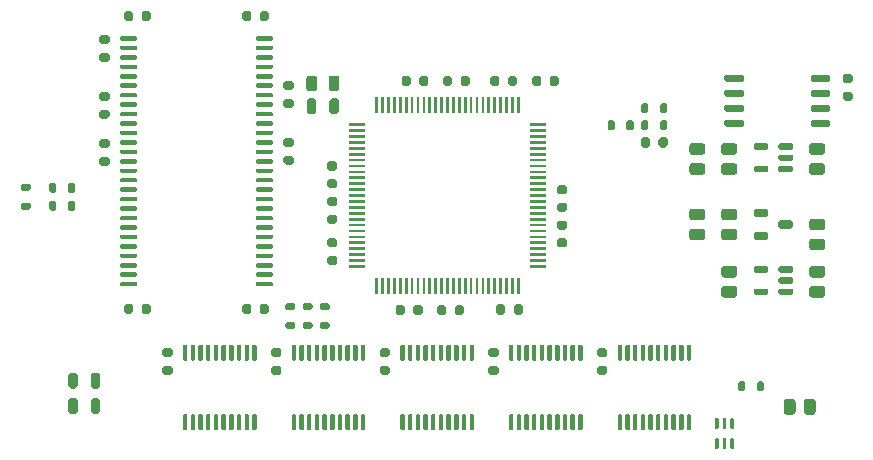
<source format=gtp>
G04 #@! TF.GenerationSoftware,KiCad,Pcbnew,(5.1.10-1-10_14)*
G04 #@! TF.CreationDate,2021-06-01T04:23:09-04:00*
G04 #@! TF.ProjectId,RAM2E,52414d32-452e-46b6-9963-61645f706362,2.0*
G04 #@! TF.SameCoordinates,Original*
G04 #@! TF.FileFunction,Paste,Top*
G04 #@! TF.FilePolarity,Positive*
%FSLAX46Y46*%
G04 Gerber Fmt 4.6, Leading zero omitted, Abs format (unit mm)*
G04 Created by KiCad (PCBNEW (5.1.10-1-10_14)) date 2021-06-01 04:23:09*
%MOMM*%
%LPD*%
G01*
G04 APERTURE LIST*
G04 APERTURE END LIST*
G36*
G01*
X257050000Y-100675000D02*
X257050000Y-101225000D01*
G75*
G02*
X256900000Y-101375000I-150000J0D01*
G01*
X256600000Y-101375000D01*
G75*
G02*
X256450000Y-101225000I0J150000D01*
G01*
X256450000Y-100675000D01*
G75*
G02*
X256600000Y-100525000I150000J0D01*
G01*
X256900000Y-100525000D01*
G75*
G02*
X257050000Y-100675000I0J-150000D01*
G01*
G37*
G36*
G01*
X258650000Y-100675000D02*
X258650000Y-101225000D01*
G75*
G02*
X258500000Y-101375000I-150000J0D01*
G01*
X258200000Y-101375000D01*
G75*
G02*
X258050000Y-101225000I0J150000D01*
G01*
X258050000Y-100675000D01*
G75*
G02*
X258200000Y-100525000I150000J0D01*
G01*
X258500000Y-100525000D01*
G75*
G02*
X258650000Y-100675000I0J-150000D01*
G01*
G37*
G36*
G01*
X229375000Y-117450000D02*
X229925000Y-117450000D01*
G75*
G02*
X230075000Y-117600000I0J-150000D01*
G01*
X230075000Y-117900000D01*
G75*
G02*
X229925000Y-118050000I-150000J0D01*
G01*
X229375000Y-118050000D01*
G75*
G02*
X229225000Y-117900000I0J150000D01*
G01*
X229225000Y-117600000D01*
G75*
G02*
X229375000Y-117450000I150000J0D01*
G01*
G37*
G36*
G01*
X229375000Y-119050000D02*
X229925000Y-119050000D01*
G75*
G02*
X230075000Y-119200000I0J-150000D01*
G01*
X230075000Y-119500000D01*
G75*
G02*
X229925000Y-119650000I-150000J0D01*
G01*
X229375000Y-119650000D01*
G75*
G02*
X229225000Y-119500000I0J150000D01*
G01*
X229225000Y-119200000D01*
G75*
G02*
X229375000Y-119050000I150000J0D01*
G01*
G37*
G36*
G01*
X227925000Y-119050000D02*
X228475000Y-119050000D01*
G75*
G02*
X228625000Y-119200000I0J-150000D01*
G01*
X228625000Y-119500000D01*
G75*
G02*
X228475000Y-119650000I-150000J0D01*
G01*
X227925000Y-119650000D01*
G75*
G02*
X227775000Y-119500000I0J150000D01*
G01*
X227775000Y-119200000D01*
G75*
G02*
X227925000Y-119050000I150000J0D01*
G01*
G37*
G36*
G01*
X227925000Y-117450000D02*
X228475000Y-117450000D01*
G75*
G02*
X228625000Y-117600000I0J-150000D01*
G01*
X228625000Y-117900000D01*
G75*
G02*
X228475000Y-118050000I-150000J0D01*
G01*
X227925000Y-118050000D01*
G75*
G02*
X227775000Y-117900000I0J150000D01*
G01*
X227775000Y-117600000D01*
G75*
G02*
X227925000Y-117450000I150000J0D01*
G01*
G37*
G36*
G01*
X223833100Y-95145450D02*
X223833100Y-94954550D01*
G75*
G02*
X223928550Y-94859100I95450J0D01*
G01*
X225171450Y-94859100D01*
G75*
G02*
X225266900Y-94954550I0J-95450D01*
G01*
X225266900Y-95145450D01*
G75*
G02*
X225171450Y-95240900I-95450J0D01*
G01*
X223928550Y-95240900D01*
G75*
G02*
X223833100Y-95145450I0J95450D01*
G01*
G37*
G36*
G01*
X223833100Y-95945450D02*
X223833100Y-95754550D01*
G75*
G02*
X223928550Y-95659100I95450J0D01*
G01*
X225171450Y-95659100D01*
G75*
G02*
X225266900Y-95754550I0J-95450D01*
G01*
X225266900Y-95945450D01*
G75*
G02*
X225171450Y-96040900I-95450J0D01*
G01*
X223928550Y-96040900D01*
G75*
G02*
X223833100Y-95945450I0J95450D01*
G01*
G37*
G36*
G01*
X223833100Y-96745450D02*
X223833100Y-96554550D01*
G75*
G02*
X223928550Y-96459100I95450J0D01*
G01*
X225171450Y-96459100D01*
G75*
G02*
X225266900Y-96554550I0J-95450D01*
G01*
X225266900Y-96745450D01*
G75*
G02*
X225171450Y-96840900I-95450J0D01*
G01*
X223928550Y-96840900D01*
G75*
G02*
X223833100Y-96745450I0J95450D01*
G01*
G37*
G36*
G01*
X223833100Y-97545450D02*
X223833100Y-97354550D01*
G75*
G02*
X223928550Y-97259100I95450J0D01*
G01*
X225171450Y-97259100D01*
G75*
G02*
X225266900Y-97354550I0J-95450D01*
G01*
X225266900Y-97545450D01*
G75*
G02*
X225171450Y-97640900I-95450J0D01*
G01*
X223928550Y-97640900D01*
G75*
G02*
X223833100Y-97545450I0J95450D01*
G01*
G37*
G36*
G01*
X223833100Y-98345450D02*
X223833100Y-98154550D01*
G75*
G02*
X223928550Y-98059100I95450J0D01*
G01*
X225171450Y-98059100D01*
G75*
G02*
X225266900Y-98154550I0J-95450D01*
G01*
X225266900Y-98345450D01*
G75*
G02*
X225171450Y-98440900I-95450J0D01*
G01*
X223928550Y-98440900D01*
G75*
G02*
X223833100Y-98345450I0J95450D01*
G01*
G37*
G36*
G01*
X223833100Y-99145450D02*
X223833100Y-98954550D01*
G75*
G02*
X223928550Y-98859100I95450J0D01*
G01*
X225171450Y-98859100D01*
G75*
G02*
X225266900Y-98954550I0J-95450D01*
G01*
X225266900Y-99145450D01*
G75*
G02*
X225171450Y-99240900I-95450J0D01*
G01*
X223928550Y-99240900D01*
G75*
G02*
X223833100Y-99145450I0J95450D01*
G01*
G37*
G36*
G01*
X223833100Y-99945450D02*
X223833100Y-99754550D01*
G75*
G02*
X223928550Y-99659100I95450J0D01*
G01*
X225171450Y-99659100D01*
G75*
G02*
X225266900Y-99754550I0J-95450D01*
G01*
X225266900Y-99945450D01*
G75*
G02*
X225171450Y-100040900I-95450J0D01*
G01*
X223928550Y-100040900D01*
G75*
G02*
X223833100Y-99945450I0J95450D01*
G01*
G37*
G36*
G01*
X223833100Y-100745450D02*
X223833100Y-100554550D01*
G75*
G02*
X223928550Y-100459100I95450J0D01*
G01*
X225171450Y-100459100D01*
G75*
G02*
X225266900Y-100554550I0J-95450D01*
G01*
X225266900Y-100745450D01*
G75*
G02*
X225171450Y-100840900I-95450J0D01*
G01*
X223928550Y-100840900D01*
G75*
G02*
X223833100Y-100745450I0J95450D01*
G01*
G37*
G36*
G01*
X223833100Y-101545450D02*
X223833100Y-101354550D01*
G75*
G02*
X223928550Y-101259100I95450J0D01*
G01*
X225171450Y-101259100D01*
G75*
G02*
X225266900Y-101354550I0J-95450D01*
G01*
X225266900Y-101545450D01*
G75*
G02*
X225171450Y-101640900I-95450J0D01*
G01*
X223928550Y-101640900D01*
G75*
G02*
X223833100Y-101545450I0J95450D01*
G01*
G37*
G36*
G01*
X223833100Y-102345450D02*
X223833100Y-102154550D01*
G75*
G02*
X223928550Y-102059100I95450J0D01*
G01*
X225171450Y-102059100D01*
G75*
G02*
X225266900Y-102154550I0J-95450D01*
G01*
X225266900Y-102345450D01*
G75*
G02*
X225171450Y-102440900I-95450J0D01*
G01*
X223928550Y-102440900D01*
G75*
G02*
X223833100Y-102345450I0J95450D01*
G01*
G37*
G36*
G01*
X223833100Y-103145450D02*
X223833100Y-102954550D01*
G75*
G02*
X223928550Y-102859100I95450J0D01*
G01*
X225171450Y-102859100D01*
G75*
G02*
X225266900Y-102954550I0J-95450D01*
G01*
X225266900Y-103145450D01*
G75*
G02*
X225171450Y-103240900I-95450J0D01*
G01*
X223928550Y-103240900D01*
G75*
G02*
X223833100Y-103145450I0J95450D01*
G01*
G37*
G36*
G01*
X223833100Y-103945450D02*
X223833100Y-103754550D01*
G75*
G02*
X223928550Y-103659100I95450J0D01*
G01*
X225171450Y-103659100D01*
G75*
G02*
X225266900Y-103754550I0J-95450D01*
G01*
X225266900Y-103945450D01*
G75*
G02*
X225171450Y-104040900I-95450J0D01*
G01*
X223928550Y-104040900D01*
G75*
G02*
X223833100Y-103945450I0J95450D01*
G01*
G37*
G36*
G01*
X223833100Y-104745450D02*
X223833100Y-104554550D01*
G75*
G02*
X223928550Y-104459100I95450J0D01*
G01*
X225171450Y-104459100D01*
G75*
G02*
X225266900Y-104554550I0J-95450D01*
G01*
X225266900Y-104745450D01*
G75*
G02*
X225171450Y-104840900I-95450J0D01*
G01*
X223928550Y-104840900D01*
G75*
G02*
X223833100Y-104745450I0J95450D01*
G01*
G37*
G36*
G01*
X223833100Y-105545450D02*
X223833100Y-105354550D01*
G75*
G02*
X223928550Y-105259100I95450J0D01*
G01*
X225171450Y-105259100D01*
G75*
G02*
X225266900Y-105354550I0J-95450D01*
G01*
X225266900Y-105545450D01*
G75*
G02*
X225171450Y-105640900I-95450J0D01*
G01*
X223928550Y-105640900D01*
G75*
G02*
X223833100Y-105545450I0J95450D01*
G01*
G37*
G36*
G01*
X223833100Y-106345450D02*
X223833100Y-106154550D01*
G75*
G02*
X223928550Y-106059100I95450J0D01*
G01*
X225171450Y-106059100D01*
G75*
G02*
X225266900Y-106154550I0J-95450D01*
G01*
X225266900Y-106345450D01*
G75*
G02*
X225171450Y-106440900I-95450J0D01*
G01*
X223928550Y-106440900D01*
G75*
G02*
X223833100Y-106345450I0J95450D01*
G01*
G37*
G36*
G01*
X223833100Y-107145450D02*
X223833100Y-106954550D01*
G75*
G02*
X223928550Y-106859100I95450J0D01*
G01*
X225171450Y-106859100D01*
G75*
G02*
X225266900Y-106954550I0J-95450D01*
G01*
X225266900Y-107145450D01*
G75*
G02*
X225171450Y-107240900I-95450J0D01*
G01*
X223928550Y-107240900D01*
G75*
G02*
X223833100Y-107145450I0J95450D01*
G01*
G37*
G36*
G01*
X223833100Y-107945450D02*
X223833100Y-107754550D01*
G75*
G02*
X223928550Y-107659100I95450J0D01*
G01*
X225171450Y-107659100D01*
G75*
G02*
X225266900Y-107754550I0J-95450D01*
G01*
X225266900Y-107945450D01*
G75*
G02*
X225171450Y-108040900I-95450J0D01*
G01*
X223928550Y-108040900D01*
G75*
G02*
X223833100Y-107945450I0J95450D01*
G01*
G37*
G36*
G01*
X223833100Y-108745450D02*
X223833100Y-108554550D01*
G75*
G02*
X223928550Y-108459100I95450J0D01*
G01*
X225171450Y-108459100D01*
G75*
G02*
X225266900Y-108554550I0J-95450D01*
G01*
X225266900Y-108745450D01*
G75*
G02*
X225171450Y-108840900I-95450J0D01*
G01*
X223928550Y-108840900D01*
G75*
G02*
X223833100Y-108745450I0J95450D01*
G01*
G37*
G36*
G01*
X223833100Y-109545450D02*
X223833100Y-109354550D01*
G75*
G02*
X223928550Y-109259100I95450J0D01*
G01*
X225171450Y-109259100D01*
G75*
G02*
X225266900Y-109354550I0J-95450D01*
G01*
X225266900Y-109545450D01*
G75*
G02*
X225171450Y-109640900I-95450J0D01*
G01*
X223928550Y-109640900D01*
G75*
G02*
X223833100Y-109545450I0J95450D01*
G01*
G37*
G36*
G01*
X223833100Y-110345450D02*
X223833100Y-110154550D01*
G75*
G02*
X223928550Y-110059100I95450J0D01*
G01*
X225171450Y-110059100D01*
G75*
G02*
X225266900Y-110154550I0J-95450D01*
G01*
X225266900Y-110345450D01*
G75*
G02*
X225171450Y-110440900I-95450J0D01*
G01*
X223928550Y-110440900D01*
G75*
G02*
X223833100Y-110345450I0J95450D01*
G01*
G37*
G36*
G01*
X223833100Y-111145450D02*
X223833100Y-110954550D01*
G75*
G02*
X223928550Y-110859100I95450J0D01*
G01*
X225171450Y-110859100D01*
G75*
G02*
X225266900Y-110954550I0J-95450D01*
G01*
X225266900Y-111145450D01*
G75*
G02*
X225171450Y-111240900I-95450J0D01*
G01*
X223928550Y-111240900D01*
G75*
G02*
X223833100Y-111145450I0J95450D01*
G01*
G37*
G36*
G01*
X223833100Y-111945450D02*
X223833100Y-111754550D01*
G75*
G02*
X223928550Y-111659100I95450J0D01*
G01*
X225171450Y-111659100D01*
G75*
G02*
X225266900Y-111754550I0J-95450D01*
G01*
X225266900Y-111945450D01*
G75*
G02*
X225171450Y-112040900I-95450J0D01*
G01*
X223928550Y-112040900D01*
G75*
G02*
X223833100Y-111945450I0J95450D01*
G01*
G37*
G36*
G01*
X223833100Y-112745450D02*
X223833100Y-112554550D01*
G75*
G02*
X223928550Y-112459100I95450J0D01*
G01*
X225171450Y-112459100D01*
G75*
G02*
X225266900Y-112554550I0J-95450D01*
G01*
X225266900Y-112745450D01*
G75*
G02*
X225171450Y-112840900I-95450J0D01*
G01*
X223928550Y-112840900D01*
G75*
G02*
X223833100Y-112745450I0J95450D01*
G01*
G37*
G36*
G01*
X223833100Y-113545450D02*
X223833100Y-113354550D01*
G75*
G02*
X223928550Y-113259100I95450J0D01*
G01*
X225171450Y-113259100D01*
G75*
G02*
X225266900Y-113354550I0J-95450D01*
G01*
X225266900Y-113545450D01*
G75*
G02*
X225171450Y-113640900I-95450J0D01*
G01*
X223928550Y-113640900D01*
G75*
G02*
X223833100Y-113545450I0J95450D01*
G01*
G37*
G36*
G01*
X223833100Y-114345450D02*
X223833100Y-114154550D01*
G75*
G02*
X223928550Y-114059100I95450J0D01*
G01*
X225171450Y-114059100D01*
G75*
G02*
X225266900Y-114154550I0J-95450D01*
G01*
X225266900Y-114345450D01*
G75*
G02*
X225171450Y-114440900I-95450J0D01*
G01*
X223928550Y-114440900D01*
G75*
G02*
X223833100Y-114345450I0J95450D01*
G01*
G37*
G36*
G01*
X223833100Y-115145450D02*
X223833100Y-114954550D01*
G75*
G02*
X223928550Y-114859100I95450J0D01*
G01*
X225171450Y-114859100D01*
G75*
G02*
X225266900Y-114954550I0J-95450D01*
G01*
X225266900Y-115145450D01*
G75*
G02*
X225171450Y-115240900I-95450J0D01*
G01*
X223928550Y-115240900D01*
G75*
G02*
X223833100Y-115145450I0J95450D01*
G01*
G37*
G36*
G01*
X223833100Y-115945450D02*
X223833100Y-115754550D01*
G75*
G02*
X223928550Y-115659100I95450J0D01*
G01*
X225171450Y-115659100D01*
G75*
G02*
X225266900Y-115754550I0J-95450D01*
G01*
X225266900Y-115945450D01*
G75*
G02*
X225171450Y-116040900I-95450J0D01*
G01*
X223928550Y-116040900D01*
G75*
G02*
X223833100Y-115945450I0J95450D01*
G01*
G37*
G36*
G01*
X212333100Y-115945450D02*
X212333100Y-115754550D01*
G75*
G02*
X212428550Y-115659100I95450J0D01*
G01*
X213671450Y-115659100D01*
G75*
G02*
X213766900Y-115754550I0J-95450D01*
G01*
X213766900Y-115945450D01*
G75*
G02*
X213671450Y-116040900I-95450J0D01*
G01*
X212428550Y-116040900D01*
G75*
G02*
X212333100Y-115945450I0J95450D01*
G01*
G37*
G36*
G01*
X212333100Y-115145450D02*
X212333100Y-114954550D01*
G75*
G02*
X212428550Y-114859100I95450J0D01*
G01*
X213671450Y-114859100D01*
G75*
G02*
X213766900Y-114954550I0J-95450D01*
G01*
X213766900Y-115145450D01*
G75*
G02*
X213671450Y-115240900I-95450J0D01*
G01*
X212428550Y-115240900D01*
G75*
G02*
X212333100Y-115145450I0J95450D01*
G01*
G37*
G36*
G01*
X212333100Y-114345450D02*
X212333100Y-114154550D01*
G75*
G02*
X212428550Y-114059100I95450J0D01*
G01*
X213671450Y-114059100D01*
G75*
G02*
X213766900Y-114154550I0J-95450D01*
G01*
X213766900Y-114345450D01*
G75*
G02*
X213671450Y-114440900I-95450J0D01*
G01*
X212428550Y-114440900D01*
G75*
G02*
X212333100Y-114345450I0J95450D01*
G01*
G37*
G36*
G01*
X212333100Y-113545450D02*
X212333100Y-113354550D01*
G75*
G02*
X212428550Y-113259100I95450J0D01*
G01*
X213671450Y-113259100D01*
G75*
G02*
X213766900Y-113354550I0J-95450D01*
G01*
X213766900Y-113545450D01*
G75*
G02*
X213671450Y-113640900I-95450J0D01*
G01*
X212428550Y-113640900D01*
G75*
G02*
X212333100Y-113545450I0J95450D01*
G01*
G37*
G36*
G01*
X212333100Y-112745450D02*
X212333100Y-112554550D01*
G75*
G02*
X212428550Y-112459100I95450J0D01*
G01*
X213671450Y-112459100D01*
G75*
G02*
X213766900Y-112554550I0J-95450D01*
G01*
X213766900Y-112745450D01*
G75*
G02*
X213671450Y-112840900I-95450J0D01*
G01*
X212428550Y-112840900D01*
G75*
G02*
X212333100Y-112745450I0J95450D01*
G01*
G37*
G36*
G01*
X212333100Y-111945450D02*
X212333100Y-111754550D01*
G75*
G02*
X212428550Y-111659100I95450J0D01*
G01*
X213671450Y-111659100D01*
G75*
G02*
X213766900Y-111754550I0J-95450D01*
G01*
X213766900Y-111945450D01*
G75*
G02*
X213671450Y-112040900I-95450J0D01*
G01*
X212428550Y-112040900D01*
G75*
G02*
X212333100Y-111945450I0J95450D01*
G01*
G37*
G36*
G01*
X212333100Y-111145450D02*
X212333100Y-110954550D01*
G75*
G02*
X212428550Y-110859100I95450J0D01*
G01*
X213671450Y-110859100D01*
G75*
G02*
X213766900Y-110954550I0J-95450D01*
G01*
X213766900Y-111145450D01*
G75*
G02*
X213671450Y-111240900I-95450J0D01*
G01*
X212428550Y-111240900D01*
G75*
G02*
X212333100Y-111145450I0J95450D01*
G01*
G37*
G36*
G01*
X212333100Y-110345450D02*
X212333100Y-110154550D01*
G75*
G02*
X212428550Y-110059100I95450J0D01*
G01*
X213671450Y-110059100D01*
G75*
G02*
X213766900Y-110154550I0J-95450D01*
G01*
X213766900Y-110345450D01*
G75*
G02*
X213671450Y-110440900I-95450J0D01*
G01*
X212428550Y-110440900D01*
G75*
G02*
X212333100Y-110345450I0J95450D01*
G01*
G37*
G36*
G01*
X212333100Y-109545450D02*
X212333100Y-109354550D01*
G75*
G02*
X212428550Y-109259100I95450J0D01*
G01*
X213671450Y-109259100D01*
G75*
G02*
X213766900Y-109354550I0J-95450D01*
G01*
X213766900Y-109545450D01*
G75*
G02*
X213671450Y-109640900I-95450J0D01*
G01*
X212428550Y-109640900D01*
G75*
G02*
X212333100Y-109545450I0J95450D01*
G01*
G37*
G36*
G01*
X212333100Y-108745450D02*
X212333100Y-108554550D01*
G75*
G02*
X212428550Y-108459100I95450J0D01*
G01*
X213671450Y-108459100D01*
G75*
G02*
X213766900Y-108554550I0J-95450D01*
G01*
X213766900Y-108745450D01*
G75*
G02*
X213671450Y-108840900I-95450J0D01*
G01*
X212428550Y-108840900D01*
G75*
G02*
X212333100Y-108745450I0J95450D01*
G01*
G37*
G36*
G01*
X212333100Y-107945450D02*
X212333100Y-107754550D01*
G75*
G02*
X212428550Y-107659100I95450J0D01*
G01*
X213671450Y-107659100D01*
G75*
G02*
X213766900Y-107754550I0J-95450D01*
G01*
X213766900Y-107945450D01*
G75*
G02*
X213671450Y-108040900I-95450J0D01*
G01*
X212428550Y-108040900D01*
G75*
G02*
X212333100Y-107945450I0J95450D01*
G01*
G37*
G36*
G01*
X212333100Y-107145450D02*
X212333100Y-106954550D01*
G75*
G02*
X212428550Y-106859100I95450J0D01*
G01*
X213671450Y-106859100D01*
G75*
G02*
X213766900Y-106954550I0J-95450D01*
G01*
X213766900Y-107145450D01*
G75*
G02*
X213671450Y-107240900I-95450J0D01*
G01*
X212428550Y-107240900D01*
G75*
G02*
X212333100Y-107145450I0J95450D01*
G01*
G37*
G36*
G01*
X212333100Y-106345450D02*
X212333100Y-106154550D01*
G75*
G02*
X212428550Y-106059100I95450J0D01*
G01*
X213671450Y-106059100D01*
G75*
G02*
X213766900Y-106154550I0J-95450D01*
G01*
X213766900Y-106345450D01*
G75*
G02*
X213671450Y-106440900I-95450J0D01*
G01*
X212428550Y-106440900D01*
G75*
G02*
X212333100Y-106345450I0J95450D01*
G01*
G37*
G36*
G01*
X212333100Y-105545450D02*
X212333100Y-105354550D01*
G75*
G02*
X212428550Y-105259100I95450J0D01*
G01*
X213671450Y-105259100D01*
G75*
G02*
X213766900Y-105354550I0J-95450D01*
G01*
X213766900Y-105545450D01*
G75*
G02*
X213671450Y-105640900I-95450J0D01*
G01*
X212428550Y-105640900D01*
G75*
G02*
X212333100Y-105545450I0J95450D01*
G01*
G37*
G36*
G01*
X212333100Y-104745450D02*
X212333100Y-104554550D01*
G75*
G02*
X212428550Y-104459100I95450J0D01*
G01*
X213671450Y-104459100D01*
G75*
G02*
X213766900Y-104554550I0J-95450D01*
G01*
X213766900Y-104745450D01*
G75*
G02*
X213671450Y-104840900I-95450J0D01*
G01*
X212428550Y-104840900D01*
G75*
G02*
X212333100Y-104745450I0J95450D01*
G01*
G37*
G36*
G01*
X212333100Y-103945450D02*
X212333100Y-103754550D01*
G75*
G02*
X212428550Y-103659100I95450J0D01*
G01*
X213671450Y-103659100D01*
G75*
G02*
X213766900Y-103754550I0J-95450D01*
G01*
X213766900Y-103945450D01*
G75*
G02*
X213671450Y-104040900I-95450J0D01*
G01*
X212428550Y-104040900D01*
G75*
G02*
X212333100Y-103945450I0J95450D01*
G01*
G37*
G36*
G01*
X212333100Y-103145450D02*
X212333100Y-102954550D01*
G75*
G02*
X212428550Y-102859100I95450J0D01*
G01*
X213671450Y-102859100D01*
G75*
G02*
X213766900Y-102954550I0J-95450D01*
G01*
X213766900Y-103145450D01*
G75*
G02*
X213671450Y-103240900I-95450J0D01*
G01*
X212428550Y-103240900D01*
G75*
G02*
X212333100Y-103145450I0J95450D01*
G01*
G37*
G36*
G01*
X212333100Y-102345450D02*
X212333100Y-102154550D01*
G75*
G02*
X212428550Y-102059100I95450J0D01*
G01*
X213671450Y-102059100D01*
G75*
G02*
X213766900Y-102154550I0J-95450D01*
G01*
X213766900Y-102345450D01*
G75*
G02*
X213671450Y-102440900I-95450J0D01*
G01*
X212428550Y-102440900D01*
G75*
G02*
X212333100Y-102345450I0J95450D01*
G01*
G37*
G36*
G01*
X212333100Y-101545450D02*
X212333100Y-101354550D01*
G75*
G02*
X212428550Y-101259100I95450J0D01*
G01*
X213671450Y-101259100D01*
G75*
G02*
X213766900Y-101354550I0J-95450D01*
G01*
X213766900Y-101545450D01*
G75*
G02*
X213671450Y-101640900I-95450J0D01*
G01*
X212428550Y-101640900D01*
G75*
G02*
X212333100Y-101545450I0J95450D01*
G01*
G37*
G36*
G01*
X212333100Y-100745450D02*
X212333100Y-100554550D01*
G75*
G02*
X212428550Y-100459100I95450J0D01*
G01*
X213671450Y-100459100D01*
G75*
G02*
X213766900Y-100554550I0J-95450D01*
G01*
X213766900Y-100745450D01*
G75*
G02*
X213671450Y-100840900I-95450J0D01*
G01*
X212428550Y-100840900D01*
G75*
G02*
X212333100Y-100745450I0J95450D01*
G01*
G37*
G36*
G01*
X212333100Y-99945450D02*
X212333100Y-99754550D01*
G75*
G02*
X212428550Y-99659100I95450J0D01*
G01*
X213671450Y-99659100D01*
G75*
G02*
X213766900Y-99754550I0J-95450D01*
G01*
X213766900Y-99945450D01*
G75*
G02*
X213671450Y-100040900I-95450J0D01*
G01*
X212428550Y-100040900D01*
G75*
G02*
X212333100Y-99945450I0J95450D01*
G01*
G37*
G36*
G01*
X212333100Y-99145450D02*
X212333100Y-98954550D01*
G75*
G02*
X212428550Y-98859100I95450J0D01*
G01*
X213671450Y-98859100D01*
G75*
G02*
X213766900Y-98954550I0J-95450D01*
G01*
X213766900Y-99145450D01*
G75*
G02*
X213671450Y-99240900I-95450J0D01*
G01*
X212428550Y-99240900D01*
G75*
G02*
X212333100Y-99145450I0J95450D01*
G01*
G37*
G36*
G01*
X212333100Y-98345450D02*
X212333100Y-98154550D01*
G75*
G02*
X212428550Y-98059100I95450J0D01*
G01*
X213671450Y-98059100D01*
G75*
G02*
X213766900Y-98154550I0J-95450D01*
G01*
X213766900Y-98345450D01*
G75*
G02*
X213671450Y-98440900I-95450J0D01*
G01*
X212428550Y-98440900D01*
G75*
G02*
X212333100Y-98345450I0J95450D01*
G01*
G37*
G36*
G01*
X212333100Y-97545450D02*
X212333100Y-97354550D01*
G75*
G02*
X212428550Y-97259100I95450J0D01*
G01*
X213671450Y-97259100D01*
G75*
G02*
X213766900Y-97354550I0J-95450D01*
G01*
X213766900Y-97545450D01*
G75*
G02*
X213671450Y-97640900I-95450J0D01*
G01*
X212428550Y-97640900D01*
G75*
G02*
X212333100Y-97545450I0J95450D01*
G01*
G37*
G36*
G01*
X212333100Y-96745450D02*
X212333100Y-96554550D01*
G75*
G02*
X212428550Y-96459100I95450J0D01*
G01*
X213671450Y-96459100D01*
G75*
G02*
X213766900Y-96554550I0J-95450D01*
G01*
X213766900Y-96745450D01*
G75*
G02*
X213671450Y-96840900I-95450J0D01*
G01*
X212428550Y-96840900D01*
G75*
G02*
X212333100Y-96745450I0J95450D01*
G01*
G37*
G36*
G01*
X212333100Y-95945450D02*
X212333100Y-95754550D01*
G75*
G02*
X212428550Y-95659100I95450J0D01*
G01*
X213671450Y-95659100D01*
G75*
G02*
X213766900Y-95754550I0J-95450D01*
G01*
X213766900Y-95945450D01*
G75*
G02*
X213671450Y-96040900I-95450J0D01*
G01*
X212428550Y-96040900D01*
G75*
G02*
X212333100Y-95945450I0J95450D01*
G01*
G37*
G36*
G01*
X212333100Y-95145450D02*
X212333100Y-94954550D01*
G75*
G02*
X212428550Y-94859100I95450J0D01*
G01*
X213671450Y-94859100D01*
G75*
G02*
X213766900Y-94954550I0J-95450D01*
G01*
X213766900Y-95145450D01*
G75*
G02*
X213671450Y-95240900I-95450J0D01*
G01*
X212428550Y-95240900D01*
G75*
G02*
X212333100Y-95145450I0J95450D01*
G01*
G37*
G36*
G01*
X233935000Y-101332500D02*
X233935000Y-100042500D01*
G75*
G02*
X233992500Y-99985000I57500J0D01*
G01*
X234107500Y-99985000D01*
G75*
G02*
X234165000Y-100042500I0J-57500D01*
G01*
X234165000Y-101332500D01*
G75*
G02*
X234107500Y-101390000I-57500J0D01*
G01*
X233992500Y-101390000D01*
G75*
G02*
X233935000Y-101332500I0J57500D01*
G01*
G37*
G36*
G01*
X234435000Y-101332500D02*
X234435000Y-100042500D01*
G75*
G02*
X234492500Y-99985000I57500J0D01*
G01*
X234607500Y-99985000D01*
G75*
G02*
X234665000Y-100042500I0J-57500D01*
G01*
X234665000Y-101332500D01*
G75*
G02*
X234607500Y-101390000I-57500J0D01*
G01*
X234492500Y-101390000D01*
G75*
G02*
X234435000Y-101332500I0J57500D01*
G01*
G37*
G36*
G01*
X234935000Y-101332500D02*
X234935000Y-100042500D01*
G75*
G02*
X234992500Y-99985000I57500J0D01*
G01*
X235107500Y-99985000D01*
G75*
G02*
X235165000Y-100042500I0J-57500D01*
G01*
X235165000Y-101332500D01*
G75*
G02*
X235107500Y-101390000I-57500J0D01*
G01*
X234992500Y-101390000D01*
G75*
G02*
X234935000Y-101332500I0J57500D01*
G01*
G37*
G36*
G01*
X235435000Y-101332500D02*
X235435000Y-100042500D01*
G75*
G02*
X235492500Y-99985000I57500J0D01*
G01*
X235607500Y-99985000D01*
G75*
G02*
X235665000Y-100042500I0J-57500D01*
G01*
X235665000Y-101332500D01*
G75*
G02*
X235607500Y-101390000I-57500J0D01*
G01*
X235492500Y-101390000D01*
G75*
G02*
X235435000Y-101332500I0J57500D01*
G01*
G37*
G36*
G01*
X235935000Y-101332500D02*
X235935000Y-100042500D01*
G75*
G02*
X235992500Y-99985000I57500J0D01*
G01*
X236107500Y-99985000D01*
G75*
G02*
X236165000Y-100042500I0J-57500D01*
G01*
X236165000Y-101332500D01*
G75*
G02*
X236107500Y-101390000I-57500J0D01*
G01*
X235992500Y-101390000D01*
G75*
G02*
X235935000Y-101332500I0J57500D01*
G01*
G37*
G36*
G01*
X236435000Y-101332500D02*
X236435000Y-100042500D01*
G75*
G02*
X236492500Y-99985000I57500J0D01*
G01*
X236607500Y-99985000D01*
G75*
G02*
X236665000Y-100042500I0J-57500D01*
G01*
X236665000Y-101332500D01*
G75*
G02*
X236607500Y-101390000I-57500J0D01*
G01*
X236492500Y-101390000D01*
G75*
G02*
X236435000Y-101332500I0J57500D01*
G01*
G37*
G36*
G01*
X236935000Y-101332500D02*
X236935000Y-100042500D01*
G75*
G02*
X236992500Y-99985000I57500J0D01*
G01*
X237107500Y-99985000D01*
G75*
G02*
X237165000Y-100042500I0J-57500D01*
G01*
X237165000Y-101332500D01*
G75*
G02*
X237107500Y-101390000I-57500J0D01*
G01*
X236992500Y-101390000D01*
G75*
G02*
X236935000Y-101332500I0J57500D01*
G01*
G37*
G36*
G01*
X237435000Y-101332500D02*
X237435000Y-100042500D01*
G75*
G02*
X237492500Y-99985000I57500J0D01*
G01*
X237607500Y-99985000D01*
G75*
G02*
X237665000Y-100042500I0J-57500D01*
G01*
X237665000Y-101332500D01*
G75*
G02*
X237607500Y-101390000I-57500J0D01*
G01*
X237492500Y-101390000D01*
G75*
G02*
X237435000Y-101332500I0J57500D01*
G01*
G37*
G36*
G01*
X237935000Y-101332500D02*
X237935000Y-100042500D01*
G75*
G02*
X237992500Y-99985000I57500J0D01*
G01*
X238107500Y-99985000D01*
G75*
G02*
X238165000Y-100042500I0J-57500D01*
G01*
X238165000Y-101332500D01*
G75*
G02*
X238107500Y-101390000I-57500J0D01*
G01*
X237992500Y-101390000D01*
G75*
G02*
X237935000Y-101332500I0J57500D01*
G01*
G37*
G36*
G01*
X238435000Y-101332500D02*
X238435000Y-100042500D01*
G75*
G02*
X238492500Y-99985000I57500J0D01*
G01*
X238607500Y-99985000D01*
G75*
G02*
X238665000Y-100042500I0J-57500D01*
G01*
X238665000Y-101332500D01*
G75*
G02*
X238607500Y-101390000I-57500J0D01*
G01*
X238492500Y-101390000D01*
G75*
G02*
X238435000Y-101332500I0J57500D01*
G01*
G37*
G36*
G01*
X238935000Y-101332500D02*
X238935000Y-100042500D01*
G75*
G02*
X238992500Y-99985000I57500J0D01*
G01*
X239107500Y-99985000D01*
G75*
G02*
X239165000Y-100042500I0J-57500D01*
G01*
X239165000Y-101332500D01*
G75*
G02*
X239107500Y-101390000I-57500J0D01*
G01*
X238992500Y-101390000D01*
G75*
G02*
X238935000Y-101332500I0J57500D01*
G01*
G37*
G36*
G01*
X239435000Y-101332500D02*
X239435000Y-100042500D01*
G75*
G02*
X239492500Y-99985000I57500J0D01*
G01*
X239607500Y-99985000D01*
G75*
G02*
X239665000Y-100042500I0J-57500D01*
G01*
X239665000Y-101332500D01*
G75*
G02*
X239607500Y-101390000I-57500J0D01*
G01*
X239492500Y-101390000D01*
G75*
G02*
X239435000Y-101332500I0J57500D01*
G01*
G37*
G36*
G01*
X239935000Y-101332500D02*
X239935000Y-100042500D01*
G75*
G02*
X239992500Y-99985000I57500J0D01*
G01*
X240107500Y-99985000D01*
G75*
G02*
X240165000Y-100042500I0J-57500D01*
G01*
X240165000Y-101332500D01*
G75*
G02*
X240107500Y-101390000I-57500J0D01*
G01*
X239992500Y-101390000D01*
G75*
G02*
X239935000Y-101332500I0J57500D01*
G01*
G37*
G36*
G01*
X240435000Y-101332500D02*
X240435000Y-100042500D01*
G75*
G02*
X240492500Y-99985000I57500J0D01*
G01*
X240607500Y-99985000D01*
G75*
G02*
X240665000Y-100042500I0J-57500D01*
G01*
X240665000Y-101332500D01*
G75*
G02*
X240607500Y-101390000I-57500J0D01*
G01*
X240492500Y-101390000D01*
G75*
G02*
X240435000Y-101332500I0J57500D01*
G01*
G37*
G36*
G01*
X240935000Y-101332500D02*
X240935000Y-100042500D01*
G75*
G02*
X240992500Y-99985000I57500J0D01*
G01*
X241107500Y-99985000D01*
G75*
G02*
X241165000Y-100042500I0J-57500D01*
G01*
X241165000Y-101332500D01*
G75*
G02*
X241107500Y-101390000I-57500J0D01*
G01*
X240992500Y-101390000D01*
G75*
G02*
X240935000Y-101332500I0J57500D01*
G01*
G37*
G36*
G01*
X241435000Y-101332500D02*
X241435000Y-100042500D01*
G75*
G02*
X241492500Y-99985000I57500J0D01*
G01*
X241607500Y-99985000D01*
G75*
G02*
X241665000Y-100042500I0J-57500D01*
G01*
X241665000Y-101332500D01*
G75*
G02*
X241607500Y-101390000I-57500J0D01*
G01*
X241492500Y-101390000D01*
G75*
G02*
X241435000Y-101332500I0J57500D01*
G01*
G37*
G36*
G01*
X241935000Y-101332500D02*
X241935000Y-100042500D01*
G75*
G02*
X241992500Y-99985000I57500J0D01*
G01*
X242107500Y-99985000D01*
G75*
G02*
X242165000Y-100042500I0J-57500D01*
G01*
X242165000Y-101332500D01*
G75*
G02*
X242107500Y-101390000I-57500J0D01*
G01*
X241992500Y-101390000D01*
G75*
G02*
X241935000Y-101332500I0J57500D01*
G01*
G37*
G36*
G01*
X242435000Y-101332500D02*
X242435000Y-100042500D01*
G75*
G02*
X242492500Y-99985000I57500J0D01*
G01*
X242607500Y-99985000D01*
G75*
G02*
X242665000Y-100042500I0J-57500D01*
G01*
X242665000Y-101332500D01*
G75*
G02*
X242607500Y-101390000I-57500J0D01*
G01*
X242492500Y-101390000D01*
G75*
G02*
X242435000Y-101332500I0J57500D01*
G01*
G37*
G36*
G01*
X242935000Y-101332500D02*
X242935000Y-100042500D01*
G75*
G02*
X242992500Y-99985000I57500J0D01*
G01*
X243107500Y-99985000D01*
G75*
G02*
X243165000Y-100042500I0J-57500D01*
G01*
X243165000Y-101332500D01*
G75*
G02*
X243107500Y-101390000I-57500J0D01*
G01*
X242992500Y-101390000D01*
G75*
G02*
X242935000Y-101332500I0J57500D01*
G01*
G37*
G36*
G01*
X243435000Y-101332500D02*
X243435000Y-100042500D01*
G75*
G02*
X243492500Y-99985000I57500J0D01*
G01*
X243607500Y-99985000D01*
G75*
G02*
X243665000Y-100042500I0J-57500D01*
G01*
X243665000Y-101332500D01*
G75*
G02*
X243607500Y-101390000I-57500J0D01*
G01*
X243492500Y-101390000D01*
G75*
G02*
X243435000Y-101332500I0J57500D01*
G01*
G37*
G36*
G01*
X243935000Y-101332500D02*
X243935000Y-100042500D01*
G75*
G02*
X243992500Y-99985000I57500J0D01*
G01*
X244107500Y-99985000D01*
G75*
G02*
X244165000Y-100042500I0J-57500D01*
G01*
X244165000Y-101332500D01*
G75*
G02*
X244107500Y-101390000I-57500J0D01*
G01*
X243992500Y-101390000D01*
G75*
G02*
X243935000Y-101332500I0J57500D01*
G01*
G37*
G36*
G01*
X244435000Y-101332500D02*
X244435000Y-100042500D01*
G75*
G02*
X244492500Y-99985000I57500J0D01*
G01*
X244607500Y-99985000D01*
G75*
G02*
X244665000Y-100042500I0J-57500D01*
G01*
X244665000Y-101332500D01*
G75*
G02*
X244607500Y-101390000I-57500J0D01*
G01*
X244492500Y-101390000D01*
G75*
G02*
X244435000Y-101332500I0J57500D01*
G01*
G37*
G36*
G01*
X244935000Y-101332500D02*
X244935000Y-100042500D01*
G75*
G02*
X244992500Y-99985000I57500J0D01*
G01*
X245107500Y-99985000D01*
G75*
G02*
X245165000Y-100042500I0J-57500D01*
G01*
X245165000Y-101332500D01*
G75*
G02*
X245107500Y-101390000I-57500J0D01*
G01*
X244992500Y-101390000D01*
G75*
G02*
X244935000Y-101332500I0J57500D01*
G01*
G37*
G36*
G01*
X245435000Y-101332500D02*
X245435000Y-100042500D01*
G75*
G02*
X245492500Y-99985000I57500J0D01*
G01*
X245607500Y-99985000D01*
G75*
G02*
X245665000Y-100042500I0J-57500D01*
G01*
X245665000Y-101332500D01*
G75*
G02*
X245607500Y-101390000I-57500J0D01*
G01*
X245492500Y-101390000D01*
G75*
G02*
X245435000Y-101332500I0J57500D01*
G01*
G37*
G36*
G01*
X245935000Y-101332500D02*
X245935000Y-100042500D01*
G75*
G02*
X245992500Y-99985000I57500J0D01*
G01*
X246107500Y-99985000D01*
G75*
G02*
X246165000Y-100042500I0J-57500D01*
G01*
X246165000Y-101332500D01*
G75*
G02*
X246107500Y-101390000I-57500J0D01*
G01*
X245992500Y-101390000D01*
G75*
G02*
X245935000Y-101332500I0J57500D01*
G01*
G37*
G36*
G01*
X247010000Y-102407500D02*
X247010000Y-102292500D01*
G75*
G02*
X247067500Y-102235000I57500J0D01*
G01*
X248357500Y-102235000D01*
G75*
G02*
X248415000Y-102292500I0J-57500D01*
G01*
X248415000Y-102407500D01*
G75*
G02*
X248357500Y-102465000I-57500J0D01*
G01*
X247067500Y-102465000D01*
G75*
G02*
X247010000Y-102407500I0J57500D01*
G01*
G37*
G36*
G01*
X247010000Y-102907500D02*
X247010000Y-102792500D01*
G75*
G02*
X247067500Y-102735000I57500J0D01*
G01*
X248357500Y-102735000D01*
G75*
G02*
X248415000Y-102792500I0J-57500D01*
G01*
X248415000Y-102907500D01*
G75*
G02*
X248357500Y-102965000I-57500J0D01*
G01*
X247067500Y-102965000D01*
G75*
G02*
X247010000Y-102907500I0J57500D01*
G01*
G37*
G36*
G01*
X247010000Y-103407500D02*
X247010000Y-103292500D01*
G75*
G02*
X247067500Y-103235000I57500J0D01*
G01*
X248357500Y-103235000D01*
G75*
G02*
X248415000Y-103292500I0J-57500D01*
G01*
X248415000Y-103407500D01*
G75*
G02*
X248357500Y-103465000I-57500J0D01*
G01*
X247067500Y-103465000D01*
G75*
G02*
X247010000Y-103407500I0J57500D01*
G01*
G37*
G36*
G01*
X247010000Y-103907500D02*
X247010000Y-103792500D01*
G75*
G02*
X247067500Y-103735000I57500J0D01*
G01*
X248357500Y-103735000D01*
G75*
G02*
X248415000Y-103792500I0J-57500D01*
G01*
X248415000Y-103907500D01*
G75*
G02*
X248357500Y-103965000I-57500J0D01*
G01*
X247067500Y-103965000D01*
G75*
G02*
X247010000Y-103907500I0J57500D01*
G01*
G37*
G36*
G01*
X247010000Y-104407500D02*
X247010000Y-104292500D01*
G75*
G02*
X247067500Y-104235000I57500J0D01*
G01*
X248357500Y-104235000D01*
G75*
G02*
X248415000Y-104292500I0J-57500D01*
G01*
X248415000Y-104407500D01*
G75*
G02*
X248357500Y-104465000I-57500J0D01*
G01*
X247067500Y-104465000D01*
G75*
G02*
X247010000Y-104407500I0J57500D01*
G01*
G37*
G36*
G01*
X247010000Y-104907500D02*
X247010000Y-104792500D01*
G75*
G02*
X247067500Y-104735000I57500J0D01*
G01*
X248357500Y-104735000D01*
G75*
G02*
X248415000Y-104792500I0J-57500D01*
G01*
X248415000Y-104907500D01*
G75*
G02*
X248357500Y-104965000I-57500J0D01*
G01*
X247067500Y-104965000D01*
G75*
G02*
X247010000Y-104907500I0J57500D01*
G01*
G37*
G36*
G01*
X247010000Y-105407500D02*
X247010000Y-105292500D01*
G75*
G02*
X247067500Y-105235000I57500J0D01*
G01*
X248357500Y-105235000D01*
G75*
G02*
X248415000Y-105292500I0J-57500D01*
G01*
X248415000Y-105407500D01*
G75*
G02*
X248357500Y-105465000I-57500J0D01*
G01*
X247067500Y-105465000D01*
G75*
G02*
X247010000Y-105407500I0J57500D01*
G01*
G37*
G36*
G01*
X247010000Y-105907500D02*
X247010000Y-105792500D01*
G75*
G02*
X247067500Y-105735000I57500J0D01*
G01*
X248357500Y-105735000D01*
G75*
G02*
X248415000Y-105792500I0J-57500D01*
G01*
X248415000Y-105907500D01*
G75*
G02*
X248357500Y-105965000I-57500J0D01*
G01*
X247067500Y-105965000D01*
G75*
G02*
X247010000Y-105907500I0J57500D01*
G01*
G37*
G36*
G01*
X247010000Y-106407500D02*
X247010000Y-106292500D01*
G75*
G02*
X247067500Y-106235000I57500J0D01*
G01*
X248357500Y-106235000D01*
G75*
G02*
X248415000Y-106292500I0J-57500D01*
G01*
X248415000Y-106407500D01*
G75*
G02*
X248357500Y-106465000I-57500J0D01*
G01*
X247067500Y-106465000D01*
G75*
G02*
X247010000Y-106407500I0J57500D01*
G01*
G37*
G36*
G01*
X247010000Y-106907500D02*
X247010000Y-106792500D01*
G75*
G02*
X247067500Y-106735000I57500J0D01*
G01*
X248357500Y-106735000D01*
G75*
G02*
X248415000Y-106792500I0J-57500D01*
G01*
X248415000Y-106907500D01*
G75*
G02*
X248357500Y-106965000I-57500J0D01*
G01*
X247067500Y-106965000D01*
G75*
G02*
X247010000Y-106907500I0J57500D01*
G01*
G37*
G36*
G01*
X247010000Y-107407500D02*
X247010000Y-107292500D01*
G75*
G02*
X247067500Y-107235000I57500J0D01*
G01*
X248357500Y-107235000D01*
G75*
G02*
X248415000Y-107292500I0J-57500D01*
G01*
X248415000Y-107407500D01*
G75*
G02*
X248357500Y-107465000I-57500J0D01*
G01*
X247067500Y-107465000D01*
G75*
G02*
X247010000Y-107407500I0J57500D01*
G01*
G37*
G36*
G01*
X247010000Y-107907500D02*
X247010000Y-107792500D01*
G75*
G02*
X247067500Y-107735000I57500J0D01*
G01*
X248357500Y-107735000D01*
G75*
G02*
X248415000Y-107792500I0J-57500D01*
G01*
X248415000Y-107907500D01*
G75*
G02*
X248357500Y-107965000I-57500J0D01*
G01*
X247067500Y-107965000D01*
G75*
G02*
X247010000Y-107907500I0J57500D01*
G01*
G37*
G36*
G01*
X247010000Y-108407500D02*
X247010000Y-108292500D01*
G75*
G02*
X247067500Y-108235000I57500J0D01*
G01*
X248357500Y-108235000D01*
G75*
G02*
X248415000Y-108292500I0J-57500D01*
G01*
X248415000Y-108407500D01*
G75*
G02*
X248357500Y-108465000I-57500J0D01*
G01*
X247067500Y-108465000D01*
G75*
G02*
X247010000Y-108407500I0J57500D01*
G01*
G37*
G36*
G01*
X247010000Y-108907500D02*
X247010000Y-108792500D01*
G75*
G02*
X247067500Y-108735000I57500J0D01*
G01*
X248357500Y-108735000D01*
G75*
G02*
X248415000Y-108792500I0J-57500D01*
G01*
X248415000Y-108907500D01*
G75*
G02*
X248357500Y-108965000I-57500J0D01*
G01*
X247067500Y-108965000D01*
G75*
G02*
X247010000Y-108907500I0J57500D01*
G01*
G37*
G36*
G01*
X247010000Y-109407500D02*
X247010000Y-109292500D01*
G75*
G02*
X247067500Y-109235000I57500J0D01*
G01*
X248357500Y-109235000D01*
G75*
G02*
X248415000Y-109292500I0J-57500D01*
G01*
X248415000Y-109407500D01*
G75*
G02*
X248357500Y-109465000I-57500J0D01*
G01*
X247067500Y-109465000D01*
G75*
G02*
X247010000Y-109407500I0J57500D01*
G01*
G37*
G36*
G01*
X247010000Y-109907500D02*
X247010000Y-109792500D01*
G75*
G02*
X247067500Y-109735000I57500J0D01*
G01*
X248357500Y-109735000D01*
G75*
G02*
X248415000Y-109792500I0J-57500D01*
G01*
X248415000Y-109907500D01*
G75*
G02*
X248357500Y-109965000I-57500J0D01*
G01*
X247067500Y-109965000D01*
G75*
G02*
X247010000Y-109907500I0J57500D01*
G01*
G37*
G36*
G01*
X247010000Y-110407500D02*
X247010000Y-110292500D01*
G75*
G02*
X247067500Y-110235000I57500J0D01*
G01*
X248357500Y-110235000D01*
G75*
G02*
X248415000Y-110292500I0J-57500D01*
G01*
X248415000Y-110407500D01*
G75*
G02*
X248357500Y-110465000I-57500J0D01*
G01*
X247067500Y-110465000D01*
G75*
G02*
X247010000Y-110407500I0J57500D01*
G01*
G37*
G36*
G01*
X247010000Y-110907500D02*
X247010000Y-110792500D01*
G75*
G02*
X247067500Y-110735000I57500J0D01*
G01*
X248357500Y-110735000D01*
G75*
G02*
X248415000Y-110792500I0J-57500D01*
G01*
X248415000Y-110907500D01*
G75*
G02*
X248357500Y-110965000I-57500J0D01*
G01*
X247067500Y-110965000D01*
G75*
G02*
X247010000Y-110907500I0J57500D01*
G01*
G37*
G36*
G01*
X247010000Y-111407500D02*
X247010000Y-111292500D01*
G75*
G02*
X247067500Y-111235000I57500J0D01*
G01*
X248357500Y-111235000D01*
G75*
G02*
X248415000Y-111292500I0J-57500D01*
G01*
X248415000Y-111407500D01*
G75*
G02*
X248357500Y-111465000I-57500J0D01*
G01*
X247067500Y-111465000D01*
G75*
G02*
X247010000Y-111407500I0J57500D01*
G01*
G37*
G36*
G01*
X247010000Y-111907500D02*
X247010000Y-111792500D01*
G75*
G02*
X247067500Y-111735000I57500J0D01*
G01*
X248357500Y-111735000D01*
G75*
G02*
X248415000Y-111792500I0J-57500D01*
G01*
X248415000Y-111907500D01*
G75*
G02*
X248357500Y-111965000I-57500J0D01*
G01*
X247067500Y-111965000D01*
G75*
G02*
X247010000Y-111907500I0J57500D01*
G01*
G37*
G36*
G01*
X247010000Y-112407500D02*
X247010000Y-112292500D01*
G75*
G02*
X247067500Y-112235000I57500J0D01*
G01*
X248357500Y-112235000D01*
G75*
G02*
X248415000Y-112292500I0J-57500D01*
G01*
X248415000Y-112407500D01*
G75*
G02*
X248357500Y-112465000I-57500J0D01*
G01*
X247067500Y-112465000D01*
G75*
G02*
X247010000Y-112407500I0J57500D01*
G01*
G37*
G36*
G01*
X247010000Y-112907500D02*
X247010000Y-112792500D01*
G75*
G02*
X247067500Y-112735000I57500J0D01*
G01*
X248357500Y-112735000D01*
G75*
G02*
X248415000Y-112792500I0J-57500D01*
G01*
X248415000Y-112907500D01*
G75*
G02*
X248357500Y-112965000I-57500J0D01*
G01*
X247067500Y-112965000D01*
G75*
G02*
X247010000Y-112907500I0J57500D01*
G01*
G37*
G36*
G01*
X247010000Y-113407500D02*
X247010000Y-113292500D01*
G75*
G02*
X247067500Y-113235000I57500J0D01*
G01*
X248357500Y-113235000D01*
G75*
G02*
X248415000Y-113292500I0J-57500D01*
G01*
X248415000Y-113407500D01*
G75*
G02*
X248357500Y-113465000I-57500J0D01*
G01*
X247067500Y-113465000D01*
G75*
G02*
X247010000Y-113407500I0J57500D01*
G01*
G37*
G36*
G01*
X247010000Y-113907500D02*
X247010000Y-113792500D01*
G75*
G02*
X247067500Y-113735000I57500J0D01*
G01*
X248357500Y-113735000D01*
G75*
G02*
X248415000Y-113792500I0J-57500D01*
G01*
X248415000Y-113907500D01*
G75*
G02*
X248357500Y-113965000I-57500J0D01*
G01*
X247067500Y-113965000D01*
G75*
G02*
X247010000Y-113907500I0J57500D01*
G01*
G37*
G36*
G01*
X247010000Y-114407500D02*
X247010000Y-114292500D01*
G75*
G02*
X247067500Y-114235000I57500J0D01*
G01*
X248357500Y-114235000D01*
G75*
G02*
X248415000Y-114292500I0J-57500D01*
G01*
X248415000Y-114407500D01*
G75*
G02*
X248357500Y-114465000I-57500J0D01*
G01*
X247067500Y-114465000D01*
G75*
G02*
X247010000Y-114407500I0J57500D01*
G01*
G37*
G36*
G01*
X245935000Y-116657500D02*
X245935000Y-115367500D01*
G75*
G02*
X245992500Y-115310000I57500J0D01*
G01*
X246107500Y-115310000D01*
G75*
G02*
X246165000Y-115367500I0J-57500D01*
G01*
X246165000Y-116657500D01*
G75*
G02*
X246107500Y-116715000I-57500J0D01*
G01*
X245992500Y-116715000D01*
G75*
G02*
X245935000Y-116657500I0J57500D01*
G01*
G37*
G36*
G01*
X245435000Y-116657500D02*
X245435000Y-115367500D01*
G75*
G02*
X245492500Y-115310000I57500J0D01*
G01*
X245607500Y-115310000D01*
G75*
G02*
X245665000Y-115367500I0J-57500D01*
G01*
X245665000Y-116657500D01*
G75*
G02*
X245607500Y-116715000I-57500J0D01*
G01*
X245492500Y-116715000D01*
G75*
G02*
X245435000Y-116657500I0J57500D01*
G01*
G37*
G36*
G01*
X244935000Y-116657500D02*
X244935000Y-115367500D01*
G75*
G02*
X244992500Y-115310000I57500J0D01*
G01*
X245107500Y-115310000D01*
G75*
G02*
X245165000Y-115367500I0J-57500D01*
G01*
X245165000Y-116657500D01*
G75*
G02*
X245107500Y-116715000I-57500J0D01*
G01*
X244992500Y-116715000D01*
G75*
G02*
X244935000Y-116657500I0J57500D01*
G01*
G37*
G36*
G01*
X244435000Y-116657500D02*
X244435000Y-115367500D01*
G75*
G02*
X244492500Y-115310000I57500J0D01*
G01*
X244607500Y-115310000D01*
G75*
G02*
X244665000Y-115367500I0J-57500D01*
G01*
X244665000Y-116657500D01*
G75*
G02*
X244607500Y-116715000I-57500J0D01*
G01*
X244492500Y-116715000D01*
G75*
G02*
X244435000Y-116657500I0J57500D01*
G01*
G37*
G36*
G01*
X243935000Y-116657500D02*
X243935000Y-115367500D01*
G75*
G02*
X243992500Y-115310000I57500J0D01*
G01*
X244107500Y-115310000D01*
G75*
G02*
X244165000Y-115367500I0J-57500D01*
G01*
X244165000Y-116657500D01*
G75*
G02*
X244107500Y-116715000I-57500J0D01*
G01*
X243992500Y-116715000D01*
G75*
G02*
X243935000Y-116657500I0J57500D01*
G01*
G37*
G36*
G01*
X243435000Y-116657500D02*
X243435000Y-115367500D01*
G75*
G02*
X243492500Y-115310000I57500J0D01*
G01*
X243607500Y-115310000D01*
G75*
G02*
X243665000Y-115367500I0J-57500D01*
G01*
X243665000Y-116657500D01*
G75*
G02*
X243607500Y-116715000I-57500J0D01*
G01*
X243492500Y-116715000D01*
G75*
G02*
X243435000Y-116657500I0J57500D01*
G01*
G37*
G36*
G01*
X242935000Y-116657500D02*
X242935000Y-115367500D01*
G75*
G02*
X242992500Y-115310000I57500J0D01*
G01*
X243107500Y-115310000D01*
G75*
G02*
X243165000Y-115367500I0J-57500D01*
G01*
X243165000Y-116657500D01*
G75*
G02*
X243107500Y-116715000I-57500J0D01*
G01*
X242992500Y-116715000D01*
G75*
G02*
X242935000Y-116657500I0J57500D01*
G01*
G37*
G36*
G01*
X242435000Y-116657500D02*
X242435000Y-115367500D01*
G75*
G02*
X242492500Y-115310000I57500J0D01*
G01*
X242607500Y-115310000D01*
G75*
G02*
X242665000Y-115367500I0J-57500D01*
G01*
X242665000Y-116657500D01*
G75*
G02*
X242607500Y-116715000I-57500J0D01*
G01*
X242492500Y-116715000D01*
G75*
G02*
X242435000Y-116657500I0J57500D01*
G01*
G37*
G36*
G01*
X241935000Y-116657500D02*
X241935000Y-115367500D01*
G75*
G02*
X241992500Y-115310000I57500J0D01*
G01*
X242107500Y-115310000D01*
G75*
G02*
X242165000Y-115367500I0J-57500D01*
G01*
X242165000Y-116657500D01*
G75*
G02*
X242107500Y-116715000I-57500J0D01*
G01*
X241992500Y-116715000D01*
G75*
G02*
X241935000Y-116657500I0J57500D01*
G01*
G37*
G36*
G01*
X241435000Y-116657500D02*
X241435000Y-115367500D01*
G75*
G02*
X241492500Y-115310000I57500J0D01*
G01*
X241607500Y-115310000D01*
G75*
G02*
X241665000Y-115367500I0J-57500D01*
G01*
X241665000Y-116657500D01*
G75*
G02*
X241607500Y-116715000I-57500J0D01*
G01*
X241492500Y-116715000D01*
G75*
G02*
X241435000Y-116657500I0J57500D01*
G01*
G37*
G36*
G01*
X240935000Y-116657500D02*
X240935000Y-115367500D01*
G75*
G02*
X240992500Y-115310000I57500J0D01*
G01*
X241107500Y-115310000D01*
G75*
G02*
X241165000Y-115367500I0J-57500D01*
G01*
X241165000Y-116657500D01*
G75*
G02*
X241107500Y-116715000I-57500J0D01*
G01*
X240992500Y-116715000D01*
G75*
G02*
X240935000Y-116657500I0J57500D01*
G01*
G37*
G36*
G01*
X240435000Y-116657500D02*
X240435000Y-115367500D01*
G75*
G02*
X240492500Y-115310000I57500J0D01*
G01*
X240607500Y-115310000D01*
G75*
G02*
X240665000Y-115367500I0J-57500D01*
G01*
X240665000Y-116657500D01*
G75*
G02*
X240607500Y-116715000I-57500J0D01*
G01*
X240492500Y-116715000D01*
G75*
G02*
X240435000Y-116657500I0J57500D01*
G01*
G37*
G36*
G01*
X239935000Y-116657500D02*
X239935000Y-115367500D01*
G75*
G02*
X239992500Y-115310000I57500J0D01*
G01*
X240107500Y-115310000D01*
G75*
G02*
X240165000Y-115367500I0J-57500D01*
G01*
X240165000Y-116657500D01*
G75*
G02*
X240107500Y-116715000I-57500J0D01*
G01*
X239992500Y-116715000D01*
G75*
G02*
X239935000Y-116657500I0J57500D01*
G01*
G37*
G36*
G01*
X239435000Y-116657500D02*
X239435000Y-115367500D01*
G75*
G02*
X239492500Y-115310000I57500J0D01*
G01*
X239607500Y-115310000D01*
G75*
G02*
X239665000Y-115367500I0J-57500D01*
G01*
X239665000Y-116657500D01*
G75*
G02*
X239607500Y-116715000I-57500J0D01*
G01*
X239492500Y-116715000D01*
G75*
G02*
X239435000Y-116657500I0J57500D01*
G01*
G37*
G36*
G01*
X238935000Y-116657500D02*
X238935000Y-115367500D01*
G75*
G02*
X238992500Y-115310000I57500J0D01*
G01*
X239107500Y-115310000D01*
G75*
G02*
X239165000Y-115367500I0J-57500D01*
G01*
X239165000Y-116657500D01*
G75*
G02*
X239107500Y-116715000I-57500J0D01*
G01*
X238992500Y-116715000D01*
G75*
G02*
X238935000Y-116657500I0J57500D01*
G01*
G37*
G36*
G01*
X238435000Y-116657500D02*
X238435000Y-115367500D01*
G75*
G02*
X238492500Y-115310000I57500J0D01*
G01*
X238607500Y-115310000D01*
G75*
G02*
X238665000Y-115367500I0J-57500D01*
G01*
X238665000Y-116657500D01*
G75*
G02*
X238607500Y-116715000I-57500J0D01*
G01*
X238492500Y-116715000D01*
G75*
G02*
X238435000Y-116657500I0J57500D01*
G01*
G37*
G36*
G01*
X237935000Y-116657500D02*
X237935000Y-115367500D01*
G75*
G02*
X237992500Y-115310000I57500J0D01*
G01*
X238107500Y-115310000D01*
G75*
G02*
X238165000Y-115367500I0J-57500D01*
G01*
X238165000Y-116657500D01*
G75*
G02*
X238107500Y-116715000I-57500J0D01*
G01*
X237992500Y-116715000D01*
G75*
G02*
X237935000Y-116657500I0J57500D01*
G01*
G37*
G36*
G01*
X237435000Y-116657500D02*
X237435000Y-115367500D01*
G75*
G02*
X237492500Y-115310000I57500J0D01*
G01*
X237607500Y-115310000D01*
G75*
G02*
X237665000Y-115367500I0J-57500D01*
G01*
X237665000Y-116657500D01*
G75*
G02*
X237607500Y-116715000I-57500J0D01*
G01*
X237492500Y-116715000D01*
G75*
G02*
X237435000Y-116657500I0J57500D01*
G01*
G37*
G36*
G01*
X236935000Y-116657500D02*
X236935000Y-115367500D01*
G75*
G02*
X236992500Y-115310000I57500J0D01*
G01*
X237107500Y-115310000D01*
G75*
G02*
X237165000Y-115367500I0J-57500D01*
G01*
X237165000Y-116657500D01*
G75*
G02*
X237107500Y-116715000I-57500J0D01*
G01*
X236992500Y-116715000D01*
G75*
G02*
X236935000Y-116657500I0J57500D01*
G01*
G37*
G36*
G01*
X236435000Y-116657500D02*
X236435000Y-115367500D01*
G75*
G02*
X236492500Y-115310000I57500J0D01*
G01*
X236607500Y-115310000D01*
G75*
G02*
X236665000Y-115367500I0J-57500D01*
G01*
X236665000Y-116657500D01*
G75*
G02*
X236607500Y-116715000I-57500J0D01*
G01*
X236492500Y-116715000D01*
G75*
G02*
X236435000Y-116657500I0J57500D01*
G01*
G37*
G36*
G01*
X235935000Y-116657500D02*
X235935000Y-115367500D01*
G75*
G02*
X235992500Y-115310000I57500J0D01*
G01*
X236107500Y-115310000D01*
G75*
G02*
X236165000Y-115367500I0J-57500D01*
G01*
X236165000Y-116657500D01*
G75*
G02*
X236107500Y-116715000I-57500J0D01*
G01*
X235992500Y-116715000D01*
G75*
G02*
X235935000Y-116657500I0J57500D01*
G01*
G37*
G36*
G01*
X235435000Y-116657500D02*
X235435000Y-115367500D01*
G75*
G02*
X235492500Y-115310000I57500J0D01*
G01*
X235607500Y-115310000D01*
G75*
G02*
X235665000Y-115367500I0J-57500D01*
G01*
X235665000Y-116657500D01*
G75*
G02*
X235607500Y-116715000I-57500J0D01*
G01*
X235492500Y-116715000D01*
G75*
G02*
X235435000Y-116657500I0J57500D01*
G01*
G37*
G36*
G01*
X234935000Y-116657500D02*
X234935000Y-115367500D01*
G75*
G02*
X234992500Y-115310000I57500J0D01*
G01*
X235107500Y-115310000D01*
G75*
G02*
X235165000Y-115367500I0J-57500D01*
G01*
X235165000Y-116657500D01*
G75*
G02*
X235107500Y-116715000I-57500J0D01*
G01*
X234992500Y-116715000D01*
G75*
G02*
X234935000Y-116657500I0J57500D01*
G01*
G37*
G36*
G01*
X234435000Y-116657500D02*
X234435000Y-115367500D01*
G75*
G02*
X234492500Y-115310000I57500J0D01*
G01*
X234607500Y-115310000D01*
G75*
G02*
X234665000Y-115367500I0J-57500D01*
G01*
X234665000Y-116657500D01*
G75*
G02*
X234607500Y-116715000I-57500J0D01*
G01*
X234492500Y-116715000D01*
G75*
G02*
X234435000Y-116657500I0J57500D01*
G01*
G37*
G36*
G01*
X233935000Y-116657500D02*
X233935000Y-115367500D01*
G75*
G02*
X233992500Y-115310000I57500J0D01*
G01*
X234107500Y-115310000D01*
G75*
G02*
X234165000Y-115367500I0J-57500D01*
G01*
X234165000Y-116657500D01*
G75*
G02*
X234107500Y-116715000I-57500J0D01*
G01*
X233992500Y-116715000D01*
G75*
G02*
X233935000Y-116657500I0J57500D01*
G01*
G37*
G36*
G01*
X231685000Y-114407500D02*
X231685000Y-114292500D01*
G75*
G02*
X231742500Y-114235000I57500J0D01*
G01*
X233032500Y-114235000D01*
G75*
G02*
X233090000Y-114292500I0J-57500D01*
G01*
X233090000Y-114407500D01*
G75*
G02*
X233032500Y-114465000I-57500J0D01*
G01*
X231742500Y-114465000D01*
G75*
G02*
X231685000Y-114407500I0J57500D01*
G01*
G37*
G36*
G01*
X231685000Y-113907500D02*
X231685000Y-113792500D01*
G75*
G02*
X231742500Y-113735000I57500J0D01*
G01*
X233032500Y-113735000D01*
G75*
G02*
X233090000Y-113792500I0J-57500D01*
G01*
X233090000Y-113907500D01*
G75*
G02*
X233032500Y-113965000I-57500J0D01*
G01*
X231742500Y-113965000D01*
G75*
G02*
X231685000Y-113907500I0J57500D01*
G01*
G37*
G36*
G01*
X231685000Y-113407500D02*
X231685000Y-113292500D01*
G75*
G02*
X231742500Y-113235000I57500J0D01*
G01*
X233032500Y-113235000D01*
G75*
G02*
X233090000Y-113292500I0J-57500D01*
G01*
X233090000Y-113407500D01*
G75*
G02*
X233032500Y-113465000I-57500J0D01*
G01*
X231742500Y-113465000D01*
G75*
G02*
X231685000Y-113407500I0J57500D01*
G01*
G37*
G36*
G01*
X231685000Y-112907500D02*
X231685000Y-112792500D01*
G75*
G02*
X231742500Y-112735000I57500J0D01*
G01*
X233032500Y-112735000D01*
G75*
G02*
X233090000Y-112792500I0J-57500D01*
G01*
X233090000Y-112907500D01*
G75*
G02*
X233032500Y-112965000I-57500J0D01*
G01*
X231742500Y-112965000D01*
G75*
G02*
X231685000Y-112907500I0J57500D01*
G01*
G37*
G36*
G01*
X231685000Y-112407500D02*
X231685000Y-112292500D01*
G75*
G02*
X231742500Y-112235000I57500J0D01*
G01*
X233032500Y-112235000D01*
G75*
G02*
X233090000Y-112292500I0J-57500D01*
G01*
X233090000Y-112407500D01*
G75*
G02*
X233032500Y-112465000I-57500J0D01*
G01*
X231742500Y-112465000D01*
G75*
G02*
X231685000Y-112407500I0J57500D01*
G01*
G37*
G36*
G01*
X231685000Y-111907500D02*
X231685000Y-111792500D01*
G75*
G02*
X231742500Y-111735000I57500J0D01*
G01*
X233032500Y-111735000D01*
G75*
G02*
X233090000Y-111792500I0J-57500D01*
G01*
X233090000Y-111907500D01*
G75*
G02*
X233032500Y-111965000I-57500J0D01*
G01*
X231742500Y-111965000D01*
G75*
G02*
X231685000Y-111907500I0J57500D01*
G01*
G37*
G36*
G01*
X231685000Y-111407500D02*
X231685000Y-111292500D01*
G75*
G02*
X231742500Y-111235000I57500J0D01*
G01*
X233032500Y-111235000D01*
G75*
G02*
X233090000Y-111292500I0J-57500D01*
G01*
X233090000Y-111407500D01*
G75*
G02*
X233032500Y-111465000I-57500J0D01*
G01*
X231742500Y-111465000D01*
G75*
G02*
X231685000Y-111407500I0J57500D01*
G01*
G37*
G36*
G01*
X231685000Y-110907500D02*
X231685000Y-110792500D01*
G75*
G02*
X231742500Y-110735000I57500J0D01*
G01*
X233032500Y-110735000D01*
G75*
G02*
X233090000Y-110792500I0J-57500D01*
G01*
X233090000Y-110907500D01*
G75*
G02*
X233032500Y-110965000I-57500J0D01*
G01*
X231742500Y-110965000D01*
G75*
G02*
X231685000Y-110907500I0J57500D01*
G01*
G37*
G36*
G01*
X231685000Y-110407500D02*
X231685000Y-110292500D01*
G75*
G02*
X231742500Y-110235000I57500J0D01*
G01*
X233032500Y-110235000D01*
G75*
G02*
X233090000Y-110292500I0J-57500D01*
G01*
X233090000Y-110407500D01*
G75*
G02*
X233032500Y-110465000I-57500J0D01*
G01*
X231742500Y-110465000D01*
G75*
G02*
X231685000Y-110407500I0J57500D01*
G01*
G37*
G36*
G01*
X231685000Y-109907500D02*
X231685000Y-109792500D01*
G75*
G02*
X231742500Y-109735000I57500J0D01*
G01*
X233032500Y-109735000D01*
G75*
G02*
X233090000Y-109792500I0J-57500D01*
G01*
X233090000Y-109907500D01*
G75*
G02*
X233032500Y-109965000I-57500J0D01*
G01*
X231742500Y-109965000D01*
G75*
G02*
X231685000Y-109907500I0J57500D01*
G01*
G37*
G36*
G01*
X231685000Y-109407500D02*
X231685000Y-109292500D01*
G75*
G02*
X231742500Y-109235000I57500J0D01*
G01*
X233032500Y-109235000D01*
G75*
G02*
X233090000Y-109292500I0J-57500D01*
G01*
X233090000Y-109407500D01*
G75*
G02*
X233032500Y-109465000I-57500J0D01*
G01*
X231742500Y-109465000D01*
G75*
G02*
X231685000Y-109407500I0J57500D01*
G01*
G37*
G36*
G01*
X231685000Y-108907500D02*
X231685000Y-108792500D01*
G75*
G02*
X231742500Y-108735000I57500J0D01*
G01*
X233032500Y-108735000D01*
G75*
G02*
X233090000Y-108792500I0J-57500D01*
G01*
X233090000Y-108907500D01*
G75*
G02*
X233032500Y-108965000I-57500J0D01*
G01*
X231742500Y-108965000D01*
G75*
G02*
X231685000Y-108907500I0J57500D01*
G01*
G37*
G36*
G01*
X231685000Y-108407500D02*
X231685000Y-108292500D01*
G75*
G02*
X231742500Y-108235000I57500J0D01*
G01*
X233032500Y-108235000D01*
G75*
G02*
X233090000Y-108292500I0J-57500D01*
G01*
X233090000Y-108407500D01*
G75*
G02*
X233032500Y-108465000I-57500J0D01*
G01*
X231742500Y-108465000D01*
G75*
G02*
X231685000Y-108407500I0J57500D01*
G01*
G37*
G36*
G01*
X231685000Y-107907500D02*
X231685000Y-107792500D01*
G75*
G02*
X231742500Y-107735000I57500J0D01*
G01*
X233032500Y-107735000D01*
G75*
G02*
X233090000Y-107792500I0J-57500D01*
G01*
X233090000Y-107907500D01*
G75*
G02*
X233032500Y-107965000I-57500J0D01*
G01*
X231742500Y-107965000D01*
G75*
G02*
X231685000Y-107907500I0J57500D01*
G01*
G37*
G36*
G01*
X231685000Y-107407500D02*
X231685000Y-107292500D01*
G75*
G02*
X231742500Y-107235000I57500J0D01*
G01*
X233032500Y-107235000D01*
G75*
G02*
X233090000Y-107292500I0J-57500D01*
G01*
X233090000Y-107407500D01*
G75*
G02*
X233032500Y-107465000I-57500J0D01*
G01*
X231742500Y-107465000D01*
G75*
G02*
X231685000Y-107407500I0J57500D01*
G01*
G37*
G36*
G01*
X231685000Y-106907500D02*
X231685000Y-106792500D01*
G75*
G02*
X231742500Y-106735000I57500J0D01*
G01*
X233032500Y-106735000D01*
G75*
G02*
X233090000Y-106792500I0J-57500D01*
G01*
X233090000Y-106907500D01*
G75*
G02*
X233032500Y-106965000I-57500J0D01*
G01*
X231742500Y-106965000D01*
G75*
G02*
X231685000Y-106907500I0J57500D01*
G01*
G37*
G36*
G01*
X231685000Y-106407500D02*
X231685000Y-106292500D01*
G75*
G02*
X231742500Y-106235000I57500J0D01*
G01*
X233032500Y-106235000D01*
G75*
G02*
X233090000Y-106292500I0J-57500D01*
G01*
X233090000Y-106407500D01*
G75*
G02*
X233032500Y-106465000I-57500J0D01*
G01*
X231742500Y-106465000D01*
G75*
G02*
X231685000Y-106407500I0J57500D01*
G01*
G37*
G36*
G01*
X231685000Y-105907500D02*
X231685000Y-105792500D01*
G75*
G02*
X231742500Y-105735000I57500J0D01*
G01*
X233032500Y-105735000D01*
G75*
G02*
X233090000Y-105792500I0J-57500D01*
G01*
X233090000Y-105907500D01*
G75*
G02*
X233032500Y-105965000I-57500J0D01*
G01*
X231742500Y-105965000D01*
G75*
G02*
X231685000Y-105907500I0J57500D01*
G01*
G37*
G36*
G01*
X231685000Y-105407500D02*
X231685000Y-105292500D01*
G75*
G02*
X231742500Y-105235000I57500J0D01*
G01*
X233032500Y-105235000D01*
G75*
G02*
X233090000Y-105292500I0J-57500D01*
G01*
X233090000Y-105407500D01*
G75*
G02*
X233032500Y-105465000I-57500J0D01*
G01*
X231742500Y-105465000D01*
G75*
G02*
X231685000Y-105407500I0J57500D01*
G01*
G37*
G36*
G01*
X231685000Y-104907500D02*
X231685000Y-104792500D01*
G75*
G02*
X231742500Y-104735000I57500J0D01*
G01*
X233032500Y-104735000D01*
G75*
G02*
X233090000Y-104792500I0J-57500D01*
G01*
X233090000Y-104907500D01*
G75*
G02*
X233032500Y-104965000I-57500J0D01*
G01*
X231742500Y-104965000D01*
G75*
G02*
X231685000Y-104907500I0J57500D01*
G01*
G37*
G36*
G01*
X231685000Y-104407500D02*
X231685000Y-104292500D01*
G75*
G02*
X231742500Y-104235000I57500J0D01*
G01*
X233032500Y-104235000D01*
G75*
G02*
X233090000Y-104292500I0J-57500D01*
G01*
X233090000Y-104407500D01*
G75*
G02*
X233032500Y-104465000I-57500J0D01*
G01*
X231742500Y-104465000D01*
G75*
G02*
X231685000Y-104407500I0J57500D01*
G01*
G37*
G36*
G01*
X231685000Y-103907500D02*
X231685000Y-103792500D01*
G75*
G02*
X231742500Y-103735000I57500J0D01*
G01*
X233032500Y-103735000D01*
G75*
G02*
X233090000Y-103792500I0J-57500D01*
G01*
X233090000Y-103907500D01*
G75*
G02*
X233032500Y-103965000I-57500J0D01*
G01*
X231742500Y-103965000D01*
G75*
G02*
X231685000Y-103907500I0J57500D01*
G01*
G37*
G36*
G01*
X231685000Y-103407500D02*
X231685000Y-103292500D01*
G75*
G02*
X231742500Y-103235000I57500J0D01*
G01*
X233032500Y-103235000D01*
G75*
G02*
X233090000Y-103292500I0J-57500D01*
G01*
X233090000Y-103407500D01*
G75*
G02*
X233032500Y-103465000I-57500J0D01*
G01*
X231742500Y-103465000D01*
G75*
G02*
X231685000Y-103407500I0J57500D01*
G01*
G37*
G36*
G01*
X231685000Y-102907500D02*
X231685000Y-102792500D01*
G75*
G02*
X231742500Y-102735000I57500J0D01*
G01*
X233032500Y-102735000D01*
G75*
G02*
X233090000Y-102792500I0J-57500D01*
G01*
X233090000Y-102907500D01*
G75*
G02*
X233032500Y-102965000I-57500J0D01*
G01*
X231742500Y-102965000D01*
G75*
G02*
X231685000Y-102907500I0J57500D01*
G01*
G37*
G36*
G01*
X231685000Y-102407500D02*
X231685000Y-102292500D01*
G75*
G02*
X231742500Y-102235000I57500J0D01*
G01*
X233032500Y-102235000D01*
G75*
G02*
X233090000Y-102292500I0J-57500D01*
G01*
X233090000Y-102407500D01*
G75*
G02*
X233032500Y-102465000I-57500J0D01*
G01*
X231742500Y-102465000D01*
G75*
G02*
X231685000Y-102407500I0J57500D01*
G01*
G37*
G36*
G01*
X270795000Y-98587500D02*
X270795000Y-98262500D01*
G75*
G02*
X270957500Y-98100000I162500J0D01*
G01*
X272282500Y-98100000D01*
G75*
G02*
X272445000Y-98262500I0J-162500D01*
G01*
X272445000Y-98587500D01*
G75*
G02*
X272282500Y-98750000I-162500J0D01*
G01*
X270957500Y-98750000D01*
G75*
G02*
X270795000Y-98587500I0J162500D01*
G01*
G37*
G36*
G01*
X270795000Y-99857500D02*
X270795000Y-99532500D01*
G75*
G02*
X270957500Y-99370000I162500J0D01*
G01*
X272282500Y-99370000D01*
G75*
G02*
X272445000Y-99532500I0J-162500D01*
G01*
X272445000Y-99857500D01*
G75*
G02*
X272282500Y-100020000I-162500J0D01*
G01*
X270957500Y-100020000D01*
G75*
G02*
X270795000Y-99857500I0J162500D01*
G01*
G37*
G36*
G01*
X270795000Y-101127500D02*
X270795000Y-100802500D01*
G75*
G02*
X270957500Y-100640000I162500J0D01*
G01*
X272282500Y-100640000D01*
G75*
G02*
X272445000Y-100802500I0J-162500D01*
G01*
X272445000Y-101127500D01*
G75*
G02*
X272282500Y-101290000I-162500J0D01*
G01*
X270957500Y-101290000D01*
G75*
G02*
X270795000Y-101127500I0J162500D01*
G01*
G37*
G36*
G01*
X270795000Y-102397500D02*
X270795000Y-102072500D01*
G75*
G02*
X270957500Y-101910000I162500J0D01*
G01*
X272282500Y-101910000D01*
G75*
G02*
X272445000Y-102072500I0J-162500D01*
G01*
X272445000Y-102397500D01*
G75*
G02*
X272282500Y-102560000I-162500J0D01*
G01*
X270957500Y-102560000D01*
G75*
G02*
X270795000Y-102397500I0J162500D01*
G01*
G37*
G36*
G01*
X263495000Y-102397500D02*
X263495000Y-102072500D01*
G75*
G02*
X263657500Y-101910000I162500J0D01*
G01*
X264982500Y-101910000D01*
G75*
G02*
X265145000Y-102072500I0J-162500D01*
G01*
X265145000Y-102397500D01*
G75*
G02*
X264982500Y-102560000I-162500J0D01*
G01*
X263657500Y-102560000D01*
G75*
G02*
X263495000Y-102397500I0J162500D01*
G01*
G37*
G36*
G01*
X263495000Y-101127500D02*
X263495000Y-100802500D01*
G75*
G02*
X263657500Y-100640000I162500J0D01*
G01*
X264982500Y-100640000D01*
G75*
G02*
X265145000Y-100802500I0J-162500D01*
G01*
X265145000Y-101127500D01*
G75*
G02*
X264982500Y-101290000I-162500J0D01*
G01*
X263657500Y-101290000D01*
G75*
G02*
X263495000Y-101127500I0J162500D01*
G01*
G37*
G36*
G01*
X263495000Y-99857500D02*
X263495000Y-99532500D01*
G75*
G02*
X263657500Y-99370000I162500J0D01*
G01*
X264982500Y-99370000D01*
G75*
G02*
X265145000Y-99532500I0J-162500D01*
G01*
X265145000Y-99857500D01*
G75*
G02*
X264982500Y-100020000I-162500J0D01*
G01*
X263657500Y-100020000D01*
G75*
G02*
X263495000Y-99857500I0J162500D01*
G01*
G37*
G36*
G01*
X263495000Y-98587500D02*
X263495000Y-98262500D01*
G75*
G02*
X263657500Y-98100000I162500J0D01*
G01*
X264982500Y-98100000D01*
G75*
G02*
X265145000Y-98262500I0J-162500D01*
G01*
X265145000Y-98587500D01*
G75*
G02*
X264982500Y-98750000I-162500J0D01*
G01*
X263657500Y-98750000D01*
G75*
G02*
X263495000Y-98587500I0J162500D01*
G01*
G37*
G36*
G01*
X273696500Y-99552000D02*
X274181500Y-99552000D01*
G75*
G02*
X274374000Y-99744500I0J-192500D01*
G01*
X274374000Y-100129500D01*
G75*
G02*
X274181500Y-100322000I-192500J0D01*
G01*
X273696500Y-100322000D01*
G75*
G02*
X273504000Y-100129500I0J192500D01*
G01*
X273504000Y-99744500D01*
G75*
G02*
X273696500Y-99552000I192500J0D01*
G01*
G37*
G36*
G01*
X273696500Y-98052000D02*
X274181500Y-98052000D01*
G75*
G02*
X274374000Y-98244500I0J-192500D01*
G01*
X274374000Y-98629500D01*
G75*
G02*
X274181500Y-98822000I-192500J0D01*
G01*
X273696500Y-98822000D01*
G75*
G02*
X273504000Y-98629500I0J192500D01*
G01*
X273504000Y-98244500D01*
G75*
G02*
X273696500Y-98052000I192500J0D01*
G01*
G37*
G36*
G01*
X234507500Y-122765000D02*
X234992500Y-122765000D01*
G75*
G02*
X235185000Y-122957500I0J-192500D01*
G01*
X235185000Y-123342500D01*
G75*
G02*
X234992500Y-123535000I-192500J0D01*
G01*
X234507500Y-123535000D01*
G75*
G02*
X234315000Y-123342500I0J192500D01*
G01*
X234315000Y-122957500D01*
G75*
G02*
X234507500Y-122765000I192500J0D01*
G01*
G37*
G36*
G01*
X234507500Y-121265000D02*
X234992500Y-121265000D01*
G75*
G02*
X235185000Y-121457500I0J-192500D01*
G01*
X235185000Y-121842500D01*
G75*
G02*
X234992500Y-122035000I-192500J0D01*
G01*
X234507500Y-122035000D01*
G75*
G02*
X234315000Y-121842500I0J192500D01*
G01*
X234315000Y-121457500D01*
G75*
G02*
X234507500Y-121265000I192500J0D01*
G01*
G37*
G36*
G01*
X269325000Y-105962500D02*
X269325000Y-106237500D01*
G75*
G02*
X269187500Y-106375000I-137500J0D01*
G01*
X268212500Y-106375000D01*
G75*
G02*
X268075000Y-106237500I0J137500D01*
G01*
X268075000Y-105962500D01*
G75*
G02*
X268212500Y-105825000I137500J0D01*
G01*
X269187500Y-105825000D01*
G75*
G02*
X269325000Y-105962500I0J-137500D01*
G01*
G37*
G36*
G01*
X269325000Y-104062500D02*
X269325000Y-104337500D01*
G75*
G02*
X269187500Y-104475000I-137500J0D01*
G01*
X268212500Y-104475000D01*
G75*
G02*
X268075000Y-104337500I0J137500D01*
G01*
X268075000Y-104062500D01*
G75*
G02*
X268212500Y-103925000I137500J0D01*
G01*
X269187500Y-103925000D01*
G75*
G02*
X269325000Y-104062500I0J-137500D01*
G01*
G37*
G36*
G01*
X269325000Y-105012500D02*
X269325000Y-105287500D01*
G75*
G02*
X269187500Y-105425000I-137500J0D01*
G01*
X268212500Y-105425000D01*
G75*
G02*
X268075000Y-105287500I0J137500D01*
G01*
X268075000Y-105012500D01*
G75*
G02*
X268212500Y-104875000I137500J0D01*
G01*
X269187500Y-104875000D01*
G75*
G02*
X269325000Y-105012500I0J-137500D01*
G01*
G37*
G36*
G01*
X267225000Y-105962500D02*
X267225000Y-106237500D01*
G75*
G02*
X267087500Y-106375000I-137500J0D01*
G01*
X266112500Y-106375000D01*
G75*
G02*
X265975000Y-106237500I0J137500D01*
G01*
X265975000Y-105962500D01*
G75*
G02*
X266112500Y-105825000I137500J0D01*
G01*
X267087500Y-105825000D01*
G75*
G02*
X267225000Y-105962500I0J-137500D01*
G01*
G37*
G36*
G01*
X267225000Y-104062500D02*
X267225000Y-104337500D01*
G75*
G02*
X267087500Y-104475000I-137500J0D01*
G01*
X266112500Y-104475000D01*
G75*
G02*
X265975000Y-104337500I0J137500D01*
G01*
X265975000Y-104062500D01*
G75*
G02*
X266112500Y-103925000I137500J0D01*
G01*
X267087500Y-103925000D01*
G75*
G02*
X267225000Y-104062500I0J-137500D01*
G01*
G37*
G36*
G01*
X266250000Y-124775000D02*
X266250000Y-124225000D01*
G75*
G02*
X266400000Y-124075000I150000J0D01*
G01*
X266700000Y-124075000D01*
G75*
G02*
X266850000Y-124225000I0J-150000D01*
G01*
X266850000Y-124775000D01*
G75*
G02*
X266700000Y-124925000I-150000J0D01*
G01*
X266400000Y-124925000D01*
G75*
G02*
X266250000Y-124775000I0J150000D01*
G01*
G37*
G36*
G01*
X264650000Y-124775000D02*
X264650000Y-124225000D01*
G75*
G02*
X264800000Y-124075000I150000J0D01*
G01*
X265100000Y-124075000D01*
G75*
G02*
X265250000Y-124225000I0J-150000D01*
G01*
X265250000Y-124775000D01*
G75*
G02*
X265100000Y-124925000I-150000J0D01*
G01*
X264800000Y-124925000D01*
G75*
G02*
X264650000Y-124775000I0J150000D01*
G01*
G37*
G36*
G01*
X226475000Y-117450000D02*
X227025000Y-117450000D01*
G75*
G02*
X227175000Y-117600000I0J-150000D01*
G01*
X227175000Y-117900000D01*
G75*
G02*
X227025000Y-118050000I-150000J0D01*
G01*
X226475000Y-118050000D01*
G75*
G02*
X226325000Y-117900000I0J150000D01*
G01*
X226325000Y-117600000D01*
G75*
G02*
X226475000Y-117450000I150000J0D01*
G01*
G37*
G36*
G01*
X226475000Y-119050000D02*
X227025000Y-119050000D01*
G75*
G02*
X227175000Y-119200000I0J-150000D01*
G01*
X227175000Y-119500000D01*
G75*
G02*
X227025000Y-119650000I-150000J0D01*
G01*
X226475000Y-119650000D01*
G75*
G02*
X226325000Y-119500000I0J150000D01*
G01*
X226325000Y-119200000D01*
G75*
G02*
X226475000Y-119050000I150000J0D01*
G01*
G37*
G36*
G01*
X222663100Y-118193450D02*
X222663100Y-117706550D01*
G75*
G02*
X222856550Y-117513100I193450J0D01*
G01*
X223243450Y-117513100D01*
G75*
G02*
X223436900Y-117706550I0J-193450D01*
G01*
X223436900Y-118193450D01*
G75*
G02*
X223243450Y-118386900I-193450J0D01*
G01*
X222856550Y-118386900D01*
G75*
G02*
X222663100Y-118193450I0J193450D01*
G01*
G37*
G36*
G01*
X224163100Y-118193450D02*
X224163100Y-117706550D01*
G75*
G02*
X224356550Y-117513100I193450J0D01*
G01*
X224743450Y-117513100D01*
G75*
G02*
X224936900Y-117706550I0J-193450D01*
G01*
X224936900Y-118193450D01*
G75*
G02*
X224743450Y-118386900I-193450J0D01*
G01*
X224356550Y-118386900D01*
G75*
G02*
X224163100Y-118193450I0J193450D01*
G01*
G37*
G36*
G01*
X214163100Y-93393450D02*
X214163100Y-92906550D01*
G75*
G02*
X214356550Y-92713100I193450J0D01*
G01*
X214743450Y-92713100D01*
G75*
G02*
X214936900Y-92906550I0J-193450D01*
G01*
X214936900Y-93393450D01*
G75*
G02*
X214743450Y-93586900I-193450J0D01*
G01*
X214356550Y-93586900D01*
G75*
G02*
X214163100Y-93393450I0J193450D01*
G01*
G37*
G36*
G01*
X212663100Y-93393450D02*
X212663100Y-92906550D01*
G75*
G02*
X212856550Y-92713100I193450J0D01*
G01*
X213243450Y-92713100D01*
G75*
G02*
X213436900Y-92906550I0J-193450D01*
G01*
X213436900Y-93393450D01*
G75*
G02*
X213243450Y-93586900I-193450J0D01*
G01*
X212856550Y-93586900D01*
G75*
G02*
X212663100Y-93393450I0J193450D01*
G01*
G37*
G36*
G01*
X265975000Y-110025000D02*
X265975000Y-109675000D01*
G75*
G02*
X266150000Y-109500000I175000J0D01*
G01*
X267050000Y-109500000D01*
G75*
G02*
X267225000Y-109675000I0J-175000D01*
G01*
X267225000Y-110025000D01*
G75*
G02*
X267050000Y-110200000I-175000J0D01*
G01*
X266150000Y-110200000D01*
G75*
G02*
X265975000Y-110025000I0J175000D01*
G01*
G37*
G36*
G01*
X265975000Y-111925000D02*
X265975000Y-111575000D01*
G75*
G02*
X266150000Y-111400000I175000J0D01*
G01*
X267050000Y-111400000D01*
G75*
G02*
X267225000Y-111575000I0J-175000D01*
G01*
X267225000Y-111925000D01*
G75*
G02*
X267050000Y-112100000I-175000J0D01*
G01*
X266150000Y-112100000D01*
G75*
G02*
X265975000Y-111925000I0J175000D01*
G01*
G37*
G36*
G01*
X268075000Y-110975000D02*
X268075000Y-110625000D01*
G75*
G02*
X268250000Y-110450000I175000J0D01*
G01*
X269150000Y-110450000D01*
G75*
G02*
X269325000Y-110625000I0J-175000D01*
G01*
X269325000Y-110975000D01*
G75*
G02*
X269150000Y-111150000I-175000J0D01*
G01*
X268250000Y-111150000D01*
G75*
G02*
X268075000Y-110975000I0J175000D01*
G01*
G37*
G36*
G01*
X227142500Y-122335000D02*
X226957500Y-122335000D01*
G75*
G02*
X226865000Y-122242500I0J92500D01*
G01*
X226865000Y-121057500D01*
G75*
G02*
X226957500Y-120965000I92500J0D01*
G01*
X227142500Y-120965000D01*
G75*
G02*
X227235000Y-121057500I0J-92500D01*
G01*
X227235000Y-122242500D01*
G75*
G02*
X227142500Y-122335000I-92500J0D01*
G01*
G37*
G36*
G01*
X227792500Y-122335000D02*
X227607500Y-122335000D01*
G75*
G02*
X227515000Y-122242500I0J92500D01*
G01*
X227515000Y-121057500D01*
G75*
G02*
X227607500Y-120965000I92500J0D01*
G01*
X227792500Y-120965000D01*
G75*
G02*
X227885000Y-121057500I0J-92500D01*
G01*
X227885000Y-122242500D01*
G75*
G02*
X227792500Y-122335000I-92500J0D01*
G01*
G37*
G36*
G01*
X228442500Y-122335000D02*
X228257500Y-122335000D01*
G75*
G02*
X228165000Y-122242500I0J92500D01*
G01*
X228165000Y-121057500D01*
G75*
G02*
X228257500Y-120965000I92500J0D01*
G01*
X228442500Y-120965000D01*
G75*
G02*
X228535000Y-121057500I0J-92500D01*
G01*
X228535000Y-122242500D01*
G75*
G02*
X228442500Y-122335000I-92500J0D01*
G01*
G37*
G36*
G01*
X229092500Y-122335000D02*
X228907500Y-122335000D01*
G75*
G02*
X228815000Y-122242500I0J92500D01*
G01*
X228815000Y-121057500D01*
G75*
G02*
X228907500Y-120965000I92500J0D01*
G01*
X229092500Y-120965000D01*
G75*
G02*
X229185000Y-121057500I0J-92500D01*
G01*
X229185000Y-122242500D01*
G75*
G02*
X229092500Y-122335000I-92500J0D01*
G01*
G37*
G36*
G01*
X229742500Y-122335000D02*
X229557500Y-122335000D01*
G75*
G02*
X229465000Y-122242500I0J92500D01*
G01*
X229465000Y-121057500D01*
G75*
G02*
X229557500Y-120965000I92500J0D01*
G01*
X229742500Y-120965000D01*
G75*
G02*
X229835000Y-121057500I0J-92500D01*
G01*
X229835000Y-122242500D01*
G75*
G02*
X229742500Y-122335000I-92500J0D01*
G01*
G37*
G36*
G01*
X230392500Y-122335000D02*
X230207500Y-122335000D01*
G75*
G02*
X230115000Y-122242500I0J92500D01*
G01*
X230115000Y-121057500D01*
G75*
G02*
X230207500Y-120965000I92500J0D01*
G01*
X230392500Y-120965000D01*
G75*
G02*
X230485000Y-121057500I0J-92500D01*
G01*
X230485000Y-122242500D01*
G75*
G02*
X230392500Y-122335000I-92500J0D01*
G01*
G37*
G36*
G01*
X231042500Y-122335000D02*
X230857500Y-122335000D01*
G75*
G02*
X230765000Y-122242500I0J92500D01*
G01*
X230765000Y-121057500D01*
G75*
G02*
X230857500Y-120965000I92500J0D01*
G01*
X231042500Y-120965000D01*
G75*
G02*
X231135000Y-121057500I0J-92500D01*
G01*
X231135000Y-122242500D01*
G75*
G02*
X231042500Y-122335000I-92500J0D01*
G01*
G37*
G36*
G01*
X231692500Y-122335000D02*
X231507500Y-122335000D01*
G75*
G02*
X231415000Y-122242500I0J92500D01*
G01*
X231415000Y-121057500D01*
G75*
G02*
X231507500Y-120965000I92500J0D01*
G01*
X231692500Y-120965000D01*
G75*
G02*
X231785000Y-121057500I0J-92500D01*
G01*
X231785000Y-122242500D01*
G75*
G02*
X231692500Y-122335000I-92500J0D01*
G01*
G37*
G36*
G01*
X232342500Y-122335000D02*
X232157500Y-122335000D01*
G75*
G02*
X232065000Y-122242500I0J92500D01*
G01*
X232065000Y-121057500D01*
G75*
G02*
X232157500Y-120965000I92500J0D01*
G01*
X232342500Y-120965000D01*
G75*
G02*
X232435000Y-121057500I0J-92500D01*
G01*
X232435000Y-122242500D01*
G75*
G02*
X232342500Y-122335000I-92500J0D01*
G01*
G37*
G36*
G01*
X232992500Y-122335000D02*
X232807500Y-122335000D01*
G75*
G02*
X232715000Y-122242500I0J92500D01*
G01*
X232715000Y-121057500D01*
G75*
G02*
X232807500Y-120965000I92500J0D01*
G01*
X232992500Y-120965000D01*
G75*
G02*
X233085000Y-121057500I0J-92500D01*
G01*
X233085000Y-122242500D01*
G75*
G02*
X232992500Y-122335000I-92500J0D01*
G01*
G37*
G36*
G01*
X232992500Y-128235000D02*
X232807500Y-128235000D01*
G75*
G02*
X232715000Y-128142500I0J92500D01*
G01*
X232715000Y-126957500D01*
G75*
G02*
X232807500Y-126865000I92500J0D01*
G01*
X232992500Y-126865000D01*
G75*
G02*
X233085000Y-126957500I0J-92500D01*
G01*
X233085000Y-128142500D01*
G75*
G02*
X232992500Y-128235000I-92500J0D01*
G01*
G37*
G36*
G01*
X232342500Y-128235000D02*
X232157500Y-128235000D01*
G75*
G02*
X232065000Y-128142500I0J92500D01*
G01*
X232065000Y-126957500D01*
G75*
G02*
X232157500Y-126865000I92500J0D01*
G01*
X232342500Y-126865000D01*
G75*
G02*
X232435000Y-126957500I0J-92500D01*
G01*
X232435000Y-128142500D01*
G75*
G02*
X232342500Y-128235000I-92500J0D01*
G01*
G37*
G36*
G01*
X231692500Y-128235000D02*
X231507500Y-128235000D01*
G75*
G02*
X231415000Y-128142500I0J92500D01*
G01*
X231415000Y-126957500D01*
G75*
G02*
X231507500Y-126865000I92500J0D01*
G01*
X231692500Y-126865000D01*
G75*
G02*
X231785000Y-126957500I0J-92500D01*
G01*
X231785000Y-128142500D01*
G75*
G02*
X231692500Y-128235000I-92500J0D01*
G01*
G37*
G36*
G01*
X231042500Y-128235000D02*
X230857500Y-128235000D01*
G75*
G02*
X230765000Y-128142500I0J92500D01*
G01*
X230765000Y-126957500D01*
G75*
G02*
X230857500Y-126865000I92500J0D01*
G01*
X231042500Y-126865000D01*
G75*
G02*
X231135000Y-126957500I0J-92500D01*
G01*
X231135000Y-128142500D01*
G75*
G02*
X231042500Y-128235000I-92500J0D01*
G01*
G37*
G36*
G01*
X230392500Y-128235000D02*
X230207500Y-128235000D01*
G75*
G02*
X230115000Y-128142500I0J92500D01*
G01*
X230115000Y-126957500D01*
G75*
G02*
X230207500Y-126865000I92500J0D01*
G01*
X230392500Y-126865000D01*
G75*
G02*
X230485000Y-126957500I0J-92500D01*
G01*
X230485000Y-128142500D01*
G75*
G02*
X230392500Y-128235000I-92500J0D01*
G01*
G37*
G36*
G01*
X229742500Y-128235000D02*
X229557500Y-128235000D01*
G75*
G02*
X229465000Y-128142500I0J92500D01*
G01*
X229465000Y-126957500D01*
G75*
G02*
X229557500Y-126865000I92500J0D01*
G01*
X229742500Y-126865000D01*
G75*
G02*
X229835000Y-126957500I0J-92500D01*
G01*
X229835000Y-128142500D01*
G75*
G02*
X229742500Y-128235000I-92500J0D01*
G01*
G37*
G36*
G01*
X229092500Y-128235000D02*
X228907500Y-128235000D01*
G75*
G02*
X228815000Y-128142500I0J92500D01*
G01*
X228815000Y-126957500D01*
G75*
G02*
X228907500Y-126865000I92500J0D01*
G01*
X229092500Y-126865000D01*
G75*
G02*
X229185000Y-126957500I0J-92500D01*
G01*
X229185000Y-128142500D01*
G75*
G02*
X229092500Y-128235000I-92500J0D01*
G01*
G37*
G36*
G01*
X228442500Y-128235000D02*
X228257500Y-128235000D01*
G75*
G02*
X228165000Y-128142500I0J92500D01*
G01*
X228165000Y-126957500D01*
G75*
G02*
X228257500Y-126865000I92500J0D01*
G01*
X228442500Y-126865000D01*
G75*
G02*
X228535000Y-126957500I0J-92500D01*
G01*
X228535000Y-128142500D01*
G75*
G02*
X228442500Y-128235000I-92500J0D01*
G01*
G37*
G36*
G01*
X227792500Y-128235000D02*
X227607500Y-128235000D01*
G75*
G02*
X227515000Y-128142500I0J92500D01*
G01*
X227515000Y-126957500D01*
G75*
G02*
X227607500Y-126865000I92500J0D01*
G01*
X227792500Y-126865000D01*
G75*
G02*
X227885000Y-126957500I0J-92500D01*
G01*
X227885000Y-128142500D01*
G75*
G02*
X227792500Y-128235000I-92500J0D01*
G01*
G37*
G36*
G01*
X227142500Y-128235000D02*
X226957500Y-128235000D01*
G75*
G02*
X226865000Y-128142500I0J92500D01*
G01*
X226865000Y-126957500D01*
G75*
G02*
X226957500Y-126865000I92500J0D01*
G01*
X227142500Y-126865000D01*
G75*
G02*
X227235000Y-126957500I0J-92500D01*
G01*
X227235000Y-128142500D01*
G75*
G02*
X227142500Y-128235000I-92500J0D01*
G01*
G37*
G36*
G01*
X217942500Y-122335000D02*
X217757500Y-122335000D01*
G75*
G02*
X217665000Y-122242500I0J92500D01*
G01*
X217665000Y-121057500D01*
G75*
G02*
X217757500Y-120965000I92500J0D01*
G01*
X217942500Y-120965000D01*
G75*
G02*
X218035000Y-121057500I0J-92500D01*
G01*
X218035000Y-122242500D01*
G75*
G02*
X217942500Y-122335000I-92500J0D01*
G01*
G37*
G36*
G01*
X218592500Y-122335000D02*
X218407500Y-122335000D01*
G75*
G02*
X218315000Y-122242500I0J92500D01*
G01*
X218315000Y-121057500D01*
G75*
G02*
X218407500Y-120965000I92500J0D01*
G01*
X218592500Y-120965000D01*
G75*
G02*
X218685000Y-121057500I0J-92500D01*
G01*
X218685000Y-122242500D01*
G75*
G02*
X218592500Y-122335000I-92500J0D01*
G01*
G37*
G36*
G01*
X219242500Y-122335000D02*
X219057500Y-122335000D01*
G75*
G02*
X218965000Y-122242500I0J92500D01*
G01*
X218965000Y-121057500D01*
G75*
G02*
X219057500Y-120965000I92500J0D01*
G01*
X219242500Y-120965000D01*
G75*
G02*
X219335000Y-121057500I0J-92500D01*
G01*
X219335000Y-122242500D01*
G75*
G02*
X219242500Y-122335000I-92500J0D01*
G01*
G37*
G36*
G01*
X219892500Y-122335000D02*
X219707500Y-122335000D01*
G75*
G02*
X219615000Y-122242500I0J92500D01*
G01*
X219615000Y-121057500D01*
G75*
G02*
X219707500Y-120965000I92500J0D01*
G01*
X219892500Y-120965000D01*
G75*
G02*
X219985000Y-121057500I0J-92500D01*
G01*
X219985000Y-122242500D01*
G75*
G02*
X219892500Y-122335000I-92500J0D01*
G01*
G37*
G36*
G01*
X220542500Y-122335000D02*
X220357500Y-122335000D01*
G75*
G02*
X220265000Y-122242500I0J92500D01*
G01*
X220265000Y-121057500D01*
G75*
G02*
X220357500Y-120965000I92500J0D01*
G01*
X220542500Y-120965000D01*
G75*
G02*
X220635000Y-121057500I0J-92500D01*
G01*
X220635000Y-122242500D01*
G75*
G02*
X220542500Y-122335000I-92500J0D01*
G01*
G37*
G36*
G01*
X221192500Y-122335000D02*
X221007500Y-122335000D01*
G75*
G02*
X220915000Y-122242500I0J92500D01*
G01*
X220915000Y-121057500D01*
G75*
G02*
X221007500Y-120965000I92500J0D01*
G01*
X221192500Y-120965000D01*
G75*
G02*
X221285000Y-121057500I0J-92500D01*
G01*
X221285000Y-122242500D01*
G75*
G02*
X221192500Y-122335000I-92500J0D01*
G01*
G37*
G36*
G01*
X221842500Y-122335000D02*
X221657500Y-122335000D01*
G75*
G02*
X221565000Y-122242500I0J92500D01*
G01*
X221565000Y-121057500D01*
G75*
G02*
X221657500Y-120965000I92500J0D01*
G01*
X221842500Y-120965000D01*
G75*
G02*
X221935000Y-121057500I0J-92500D01*
G01*
X221935000Y-122242500D01*
G75*
G02*
X221842500Y-122335000I-92500J0D01*
G01*
G37*
G36*
G01*
X222492500Y-122335000D02*
X222307500Y-122335000D01*
G75*
G02*
X222215000Y-122242500I0J92500D01*
G01*
X222215000Y-121057500D01*
G75*
G02*
X222307500Y-120965000I92500J0D01*
G01*
X222492500Y-120965000D01*
G75*
G02*
X222585000Y-121057500I0J-92500D01*
G01*
X222585000Y-122242500D01*
G75*
G02*
X222492500Y-122335000I-92500J0D01*
G01*
G37*
G36*
G01*
X223142500Y-122335000D02*
X222957500Y-122335000D01*
G75*
G02*
X222865000Y-122242500I0J92500D01*
G01*
X222865000Y-121057500D01*
G75*
G02*
X222957500Y-120965000I92500J0D01*
G01*
X223142500Y-120965000D01*
G75*
G02*
X223235000Y-121057500I0J-92500D01*
G01*
X223235000Y-122242500D01*
G75*
G02*
X223142500Y-122335000I-92500J0D01*
G01*
G37*
G36*
G01*
X223792500Y-122335000D02*
X223607500Y-122335000D01*
G75*
G02*
X223515000Y-122242500I0J92500D01*
G01*
X223515000Y-121057500D01*
G75*
G02*
X223607500Y-120965000I92500J0D01*
G01*
X223792500Y-120965000D01*
G75*
G02*
X223885000Y-121057500I0J-92500D01*
G01*
X223885000Y-122242500D01*
G75*
G02*
X223792500Y-122335000I-92500J0D01*
G01*
G37*
G36*
G01*
X223792500Y-128235000D02*
X223607500Y-128235000D01*
G75*
G02*
X223515000Y-128142500I0J92500D01*
G01*
X223515000Y-126957500D01*
G75*
G02*
X223607500Y-126865000I92500J0D01*
G01*
X223792500Y-126865000D01*
G75*
G02*
X223885000Y-126957500I0J-92500D01*
G01*
X223885000Y-128142500D01*
G75*
G02*
X223792500Y-128235000I-92500J0D01*
G01*
G37*
G36*
G01*
X223142500Y-128235000D02*
X222957500Y-128235000D01*
G75*
G02*
X222865000Y-128142500I0J92500D01*
G01*
X222865000Y-126957500D01*
G75*
G02*
X222957500Y-126865000I92500J0D01*
G01*
X223142500Y-126865000D01*
G75*
G02*
X223235000Y-126957500I0J-92500D01*
G01*
X223235000Y-128142500D01*
G75*
G02*
X223142500Y-128235000I-92500J0D01*
G01*
G37*
G36*
G01*
X222492500Y-128235000D02*
X222307500Y-128235000D01*
G75*
G02*
X222215000Y-128142500I0J92500D01*
G01*
X222215000Y-126957500D01*
G75*
G02*
X222307500Y-126865000I92500J0D01*
G01*
X222492500Y-126865000D01*
G75*
G02*
X222585000Y-126957500I0J-92500D01*
G01*
X222585000Y-128142500D01*
G75*
G02*
X222492500Y-128235000I-92500J0D01*
G01*
G37*
G36*
G01*
X221842500Y-128235000D02*
X221657500Y-128235000D01*
G75*
G02*
X221565000Y-128142500I0J92500D01*
G01*
X221565000Y-126957500D01*
G75*
G02*
X221657500Y-126865000I92500J0D01*
G01*
X221842500Y-126865000D01*
G75*
G02*
X221935000Y-126957500I0J-92500D01*
G01*
X221935000Y-128142500D01*
G75*
G02*
X221842500Y-128235000I-92500J0D01*
G01*
G37*
G36*
G01*
X221192500Y-128235000D02*
X221007500Y-128235000D01*
G75*
G02*
X220915000Y-128142500I0J92500D01*
G01*
X220915000Y-126957500D01*
G75*
G02*
X221007500Y-126865000I92500J0D01*
G01*
X221192500Y-126865000D01*
G75*
G02*
X221285000Y-126957500I0J-92500D01*
G01*
X221285000Y-128142500D01*
G75*
G02*
X221192500Y-128235000I-92500J0D01*
G01*
G37*
G36*
G01*
X220542500Y-128235000D02*
X220357500Y-128235000D01*
G75*
G02*
X220265000Y-128142500I0J92500D01*
G01*
X220265000Y-126957500D01*
G75*
G02*
X220357500Y-126865000I92500J0D01*
G01*
X220542500Y-126865000D01*
G75*
G02*
X220635000Y-126957500I0J-92500D01*
G01*
X220635000Y-128142500D01*
G75*
G02*
X220542500Y-128235000I-92500J0D01*
G01*
G37*
G36*
G01*
X219892500Y-128235000D02*
X219707500Y-128235000D01*
G75*
G02*
X219615000Y-128142500I0J92500D01*
G01*
X219615000Y-126957500D01*
G75*
G02*
X219707500Y-126865000I92500J0D01*
G01*
X219892500Y-126865000D01*
G75*
G02*
X219985000Y-126957500I0J-92500D01*
G01*
X219985000Y-128142500D01*
G75*
G02*
X219892500Y-128235000I-92500J0D01*
G01*
G37*
G36*
G01*
X219242500Y-128235000D02*
X219057500Y-128235000D01*
G75*
G02*
X218965000Y-128142500I0J92500D01*
G01*
X218965000Y-126957500D01*
G75*
G02*
X219057500Y-126865000I92500J0D01*
G01*
X219242500Y-126865000D01*
G75*
G02*
X219335000Y-126957500I0J-92500D01*
G01*
X219335000Y-128142500D01*
G75*
G02*
X219242500Y-128235000I-92500J0D01*
G01*
G37*
G36*
G01*
X218592500Y-128235000D02*
X218407500Y-128235000D01*
G75*
G02*
X218315000Y-128142500I0J92500D01*
G01*
X218315000Y-126957500D01*
G75*
G02*
X218407500Y-126865000I92500J0D01*
G01*
X218592500Y-126865000D01*
G75*
G02*
X218685000Y-126957500I0J-92500D01*
G01*
X218685000Y-128142500D01*
G75*
G02*
X218592500Y-128235000I-92500J0D01*
G01*
G37*
G36*
G01*
X217942500Y-128235000D02*
X217757500Y-128235000D01*
G75*
G02*
X217665000Y-128142500I0J92500D01*
G01*
X217665000Y-126957500D01*
G75*
G02*
X217757500Y-126865000I92500J0D01*
G01*
X217942500Y-126865000D01*
G75*
G02*
X218035000Y-126957500I0J-92500D01*
G01*
X218035000Y-128142500D01*
G75*
G02*
X217942500Y-128235000I-92500J0D01*
G01*
G37*
G36*
G01*
X254742500Y-122335000D02*
X254557500Y-122335000D01*
G75*
G02*
X254465000Y-122242500I0J92500D01*
G01*
X254465000Y-121057500D01*
G75*
G02*
X254557500Y-120965000I92500J0D01*
G01*
X254742500Y-120965000D01*
G75*
G02*
X254835000Y-121057500I0J-92500D01*
G01*
X254835000Y-122242500D01*
G75*
G02*
X254742500Y-122335000I-92500J0D01*
G01*
G37*
G36*
G01*
X255392500Y-122335000D02*
X255207500Y-122335000D01*
G75*
G02*
X255115000Y-122242500I0J92500D01*
G01*
X255115000Y-121057500D01*
G75*
G02*
X255207500Y-120965000I92500J0D01*
G01*
X255392500Y-120965000D01*
G75*
G02*
X255485000Y-121057500I0J-92500D01*
G01*
X255485000Y-122242500D01*
G75*
G02*
X255392500Y-122335000I-92500J0D01*
G01*
G37*
G36*
G01*
X256042500Y-122335000D02*
X255857500Y-122335000D01*
G75*
G02*
X255765000Y-122242500I0J92500D01*
G01*
X255765000Y-121057500D01*
G75*
G02*
X255857500Y-120965000I92500J0D01*
G01*
X256042500Y-120965000D01*
G75*
G02*
X256135000Y-121057500I0J-92500D01*
G01*
X256135000Y-122242500D01*
G75*
G02*
X256042500Y-122335000I-92500J0D01*
G01*
G37*
G36*
G01*
X256692500Y-122335000D02*
X256507500Y-122335000D01*
G75*
G02*
X256415000Y-122242500I0J92500D01*
G01*
X256415000Y-121057500D01*
G75*
G02*
X256507500Y-120965000I92500J0D01*
G01*
X256692500Y-120965000D01*
G75*
G02*
X256785000Y-121057500I0J-92500D01*
G01*
X256785000Y-122242500D01*
G75*
G02*
X256692500Y-122335000I-92500J0D01*
G01*
G37*
G36*
G01*
X257342500Y-122335000D02*
X257157500Y-122335000D01*
G75*
G02*
X257065000Y-122242500I0J92500D01*
G01*
X257065000Y-121057500D01*
G75*
G02*
X257157500Y-120965000I92500J0D01*
G01*
X257342500Y-120965000D01*
G75*
G02*
X257435000Y-121057500I0J-92500D01*
G01*
X257435000Y-122242500D01*
G75*
G02*
X257342500Y-122335000I-92500J0D01*
G01*
G37*
G36*
G01*
X257992500Y-122335000D02*
X257807500Y-122335000D01*
G75*
G02*
X257715000Y-122242500I0J92500D01*
G01*
X257715000Y-121057500D01*
G75*
G02*
X257807500Y-120965000I92500J0D01*
G01*
X257992500Y-120965000D01*
G75*
G02*
X258085000Y-121057500I0J-92500D01*
G01*
X258085000Y-122242500D01*
G75*
G02*
X257992500Y-122335000I-92500J0D01*
G01*
G37*
G36*
G01*
X258642500Y-122335000D02*
X258457500Y-122335000D01*
G75*
G02*
X258365000Y-122242500I0J92500D01*
G01*
X258365000Y-121057500D01*
G75*
G02*
X258457500Y-120965000I92500J0D01*
G01*
X258642500Y-120965000D01*
G75*
G02*
X258735000Y-121057500I0J-92500D01*
G01*
X258735000Y-122242500D01*
G75*
G02*
X258642500Y-122335000I-92500J0D01*
G01*
G37*
G36*
G01*
X259292500Y-122335000D02*
X259107500Y-122335000D01*
G75*
G02*
X259015000Y-122242500I0J92500D01*
G01*
X259015000Y-121057500D01*
G75*
G02*
X259107500Y-120965000I92500J0D01*
G01*
X259292500Y-120965000D01*
G75*
G02*
X259385000Y-121057500I0J-92500D01*
G01*
X259385000Y-122242500D01*
G75*
G02*
X259292500Y-122335000I-92500J0D01*
G01*
G37*
G36*
G01*
X259942500Y-122335000D02*
X259757500Y-122335000D01*
G75*
G02*
X259665000Y-122242500I0J92500D01*
G01*
X259665000Y-121057500D01*
G75*
G02*
X259757500Y-120965000I92500J0D01*
G01*
X259942500Y-120965000D01*
G75*
G02*
X260035000Y-121057500I0J-92500D01*
G01*
X260035000Y-122242500D01*
G75*
G02*
X259942500Y-122335000I-92500J0D01*
G01*
G37*
G36*
G01*
X260592500Y-122335000D02*
X260407500Y-122335000D01*
G75*
G02*
X260315000Y-122242500I0J92500D01*
G01*
X260315000Y-121057500D01*
G75*
G02*
X260407500Y-120965000I92500J0D01*
G01*
X260592500Y-120965000D01*
G75*
G02*
X260685000Y-121057500I0J-92500D01*
G01*
X260685000Y-122242500D01*
G75*
G02*
X260592500Y-122335000I-92500J0D01*
G01*
G37*
G36*
G01*
X260592500Y-128235000D02*
X260407500Y-128235000D01*
G75*
G02*
X260315000Y-128142500I0J92500D01*
G01*
X260315000Y-126957500D01*
G75*
G02*
X260407500Y-126865000I92500J0D01*
G01*
X260592500Y-126865000D01*
G75*
G02*
X260685000Y-126957500I0J-92500D01*
G01*
X260685000Y-128142500D01*
G75*
G02*
X260592500Y-128235000I-92500J0D01*
G01*
G37*
G36*
G01*
X259942500Y-128235000D02*
X259757500Y-128235000D01*
G75*
G02*
X259665000Y-128142500I0J92500D01*
G01*
X259665000Y-126957500D01*
G75*
G02*
X259757500Y-126865000I92500J0D01*
G01*
X259942500Y-126865000D01*
G75*
G02*
X260035000Y-126957500I0J-92500D01*
G01*
X260035000Y-128142500D01*
G75*
G02*
X259942500Y-128235000I-92500J0D01*
G01*
G37*
G36*
G01*
X259292500Y-128235000D02*
X259107500Y-128235000D01*
G75*
G02*
X259015000Y-128142500I0J92500D01*
G01*
X259015000Y-126957500D01*
G75*
G02*
X259107500Y-126865000I92500J0D01*
G01*
X259292500Y-126865000D01*
G75*
G02*
X259385000Y-126957500I0J-92500D01*
G01*
X259385000Y-128142500D01*
G75*
G02*
X259292500Y-128235000I-92500J0D01*
G01*
G37*
G36*
G01*
X258642500Y-128235000D02*
X258457500Y-128235000D01*
G75*
G02*
X258365000Y-128142500I0J92500D01*
G01*
X258365000Y-126957500D01*
G75*
G02*
X258457500Y-126865000I92500J0D01*
G01*
X258642500Y-126865000D01*
G75*
G02*
X258735000Y-126957500I0J-92500D01*
G01*
X258735000Y-128142500D01*
G75*
G02*
X258642500Y-128235000I-92500J0D01*
G01*
G37*
G36*
G01*
X257992500Y-128235000D02*
X257807500Y-128235000D01*
G75*
G02*
X257715000Y-128142500I0J92500D01*
G01*
X257715000Y-126957500D01*
G75*
G02*
X257807500Y-126865000I92500J0D01*
G01*
X257992500Y-126865000D01*
G75*
G02*
X258085000Y-126957500I0J-92500D01*
G01*
X258085000Y-128142500D01*
G75*
G02*
X257992500Y-128235000I-92500J0D01*
G01*
G37*
G36*
G01*
X257342500Y-128235000D02*
X257157500Y-128235000D01*
G75*
G02*
X257065000Y-128142500I0J92500D01*
G01*
X257065000Y-126957500D01*
G75*
G02*
X257157500Y-126865000I92500J0D01*
G01*
X257342500Y-126865000D01*
G75*
G02*
X257435000Y-126957500I0J-92500D01*
G01*
X257435000Y-128142500D01*
G75*
G02*
X257342500Y-128235000I-92500J0D01*
G01*
G37*
G36*
G01*
X256692500Y-128235000D02*
X256507500Y-128235000D01*
G75*
G02*
X256415000Y-128142500I0J92500D01*
G01*
X256415000Y-126957500D01*
G75*
G02*
X256507500Y-126865000I92500J0D01*
G01*
X256692500Y-126865000D01*
G75*
G02*
X256785000Y-126957500I0J-92500D01*
G01*
X256785000Y-128142500D01*
G75*
G02*
X256692500Y-128235000I-92500J0D01*
G01*
G37*
G36*
G01*
X256042500Y-128235000D02*
X255857500Y-128235000D01*
G75*
G02*
X255765000Y-128142500I0J92500D01*
G01*
X255765000Y-126957500D01*
G75*
G02*
X255857500Y-126865000I92500J0D01*
G01*
X256042500Y-126865000D01*
G75*
G02*
X256135000Y-126957500I0J-92500D01*
G01*
X256135000Y-128142500D01*
G75*
G02*
X256042500Y-128235000I-92500J0D01*
G01*
G37*
G36*
G01*
X255392500Y-128235000D02*
X255207500Y-128235000D01*
G75*
G02*
X255115000Y-128142500I0J92500D01*
G01*
X255115000Y-126957500D01*
G75*
G02*
X255207500Y-126865000I92500J0D01*
G01*
X255392500Y-126865000D01*
G75*
G02*
X255485000Y-126957500I0J-92500D01*
G01*
X255485000Y-128142500D01*
G75*
G02*
X255392500Y-128235000I-92500J0D01*
G01*
G37*
G36*
G01*
X254742500Y-128235000D02*
X254557500Y-128235000D01*
G75*
G02*
X254465000Y-128142500I0J92500D01*
G01*
X254465000Y-126957500D01*
G75*
G02*
X254557500Y-126865000I92500J0D01*
G01*
X254742500Y-126865000D01*
G75*
G02*
X254835000Y-126957500I0J-92500D01*
G01*
X254835000Y-128142500D01*
G75*
G02*
X254742500Y-128235000I-92500J0D01*
G01*
G37*
G36*
G01*
X245542500Y-122335000D02*
X245357500Y-122335000D01*
G75*
G02*
X245265000Y-122242500I0J92500D01*
G01*
X245265000Y-121057500D01*
G75*
G02*
X245357500Y-120965000I92500J0D01*
G01*
X245542500Y-120965000D01*
G75*
G02*
X245635000Y-121057500I0J-92500D01*
G01*
X245635000Y-122242500D01*
G75*
G02*
X245542500Y-122335000I-92500J0D01*
G01*
G37*
G36*
G01*
X246192500Y-122335000D02*
X246007500Y-122335000D01*
G75*
G02*
X245915000Y-122242500I0J92500D01*
G01*
X245915000Y-121057500D01*
G75*
G02*
X246007500Y-120965000I92500J0D01*
G01*
X246192500Y-120965000D01*
G75*
G02*
X246285000Y-121057500I0J-92500D01*
G01*
X246285000Y-122242500D01*
G75*
G02*
X246192500Y-122335000I-92500J0D01*
G01*
G37*
G36*
G01*
X246842500Y-122335000D02*
X246657500Y-122335000D01*
G75*
G02*
X246565000Y-122242500I0J92500D01*
G01*
X246565000Y-121057500D01*
G75*
G02*
X246657500Y-120965000I92500J0D01*
G01*
X246842500Y-120965000D01*
G75*
G02*
X246935000Y-121057500I0J-92500D01*
G01*
X246935000Y-122242500D01*
G75*
G02*
X246842500Y-122335000I-92500J0D01*
G01*
G37*
G36*
G01*
X247492500Y-122335000D02*
X247307500Y-122335000D01*
G75*
G02*
X247215000Y-122242500I0J92500D01*
G01*
X247215000Y-121057500D01*
G75*
G02*
X247307500Y-120965000I92500J0D01*
G01*
X247492500Y-120965000D01*
G75*
G02*
X247585000Y-121057500I0J-92500D01*
G01*
X247585000Y-122242500D01*
G75*
G02*
X247492500Y-122335000I-92500J0D01*
G01*
G37*
G36*
G01*
X248142500Y-122335000D02*
X247957500Y-122335000D01*
G75*
G02*
X247865000Y-122242500I0J92500D01*
G01*
X247865000Y-121057500D01*
G75*
G02*
X247957500Y-120965000I92500J0D01*
G01*
X248142500Y-120965000D01*
G75*
G02*
X248235000Y-121057500I0J-92500D01*
G01*
X248235000Y-122242500D01*
G75*
G02*
X248142500Y-122335000I-92500J0D01*
G01*
G37*
G36*
G01*
X248792500Y-122335000D02*
X248607500Y-122335000D01*
G75*
G02*
X248515000Y-122242500I0J92500D01*
G01*
X248515000Y-121057500D01*
G75*
G02*
X248607500Y-120965000I92500J0D01*
G01*
X248792500Y-120965000D01*
G75*
G02*
X248885000Y-121057500I0J-92500D01*
G01*
X248885000Y-122242500D01*
G75*
G02*
X248792500Y-122335000I-92500J0D01*
G01*
G37*
G36*
G01*
X249442500Y-122335000D02*
X249257500Y-122335000D01*
G75*
G02*
X249165000Y-122242500I0J92500D01*
G01*
X249165000Y-121057500D01*
G75*
G02*
X249257500Y-120965000I92500J0D01*
G01*
X249442500Y-120965000D01*
G75*
G02*
X249535000Y-121057500I0J-92500D01*
G01*
X249535000Y-122242500D01*
G75*
G02*
X249442500Y-122335000I-92500J0D01*
G01*
G37*
G36*
G01*
X250092500Y-122335000D02*
X249907500Y-122335000D01*
G75*
G02*
X249815000Y-122242500I0J92500D01*
G01*
X249815000Y-121057500D01*
G75*
G02*
X249907500Y-120965000I92500J0D01*
G01*
X250092500Y-120965000D01*
G75*
G02*
X250185000Y-121057500I0J-92500D01*
G01*
X250185000Y-122242500D01*
G75*
G02*
X250092500Y-122335000I-92500J0D01*
G01*
G37*
G36*
G01*
X250742500Y-122335000D02*
X250557500Y-122335000D01*
G75*
G02*
X250465000Y-122242500I0J92500D01*
G01*
X250465000Y-121057500D01*
G75*
G02*
X250557500Y-120965000I92500J0D01*
G01*
X250742500Y-120965000D01*
G75*
G02*
X250835000Y-121057500I0J-92500D01*
G01*
X250835000Y-122242500D01*
G75*
G02*
X250742500Y-122335000I-92500J0D01*
G01*
G37*
G36*
G01*
X251392500Y-122335000D02*
X251207500Y-122335000D01*
G75*
G02*
X251115000Y-122242500I0J92500D01*
G01*
X251115000Y-121057500D01*
G75*
G02*
X251207500Y-120965000I92500J0D01*
G01*
X251392500Y-120965000D01*
G75*
G02*
X251485000Y-121057500I0J-92500D01*
G01*
X251485000Y-122242500D01*
G75*
G02*
X251392500Y-122335000I-92500J0D01*
G01*
G37*
G36*
G01*
X251392500Y-128235000D02*
X251207500Y-128235000D01*
G75*
G02*
X251115000Y-128142500I0J92500D01*
G01*
X251115000Y-126957500D01*
G75*
G02*
X251207500Y-126865000I92500J0D01*
G01*
X251392500Y-126865000D01*
G75*
G02*
X251485000Y-126957500I0J-92500D01*
G01*
X251485000Y-128142500D01*
G75*
G02*
X251392500Y-128235000I-92500J0D01*
G01*
G37*
G36*
G01*
X250742500Y-128235000D02*
X250557500Y-128235000D01*
G75*
G02*
X250465000Y-128142500I0J92500D01*
G01*
X250465000Y-126957500D01*
G75*
G02*
X250557500Y-126865000I92500J0D01*
G01*
X250742500Y-126865000D01*
G75*
G02*
X250835000Y-126957500I0J-92500D01*
G01*
X250835000Y-128142500D01*
G75*
G02*
X250742500Y-128235000I-92500J0D01*
G01*
G37*
G36*
G01*
X250092500Y-128235000D02*
X249907500Y-128235000D01*
G75*
G02*
X249815000Y-128142500I0J92500D01*
G01*
X249815000Y-126957500D01*
G75*
G02*
X249907500Y-126865000I92500J0D01*
G01*
X250092500Y-126865000D01*
G75*
G02*
X250185000Y-126957500I0J-92500D01*
G01*
X250185000Y-128142500D01*
G75*
G02*
X250092500Y-128235000I-92500J0D01*
G01*
G37*
G36*
G01*
X249442500Y-128235000D02*
X249257500Y-128235000D01*
G75*
G02*
X249165000Y-128142500I0J92500D01*
G01*
X249165000Y-126957500D01*
G75*
G02*
X249257500Y-126865000I92500J0D01*
G01*
X249442500Y-126865000D01*
G75*
G02*
X249535000Y-126957500I0J-92500D01*
G01*
X249535000Y-128142500D01*
G75*
G02*
X249442500Y-128235000I-92500J0D01*
G01*
G37*
G36*
G01*
X248792500Y-128235000D02*
X248607500Y-128235000D01*
G75*
G02*
X248515000Y-128142500I0J92500D01*
G01*
X248515000Y-126957500D01*
G75*
G02*
X248607500Y-126865000I92500J0D01*
G01*
X248792500Y-126865000D01*
G75*
G02*
X248885000Y-126957500I0J-92500D01*
G01*
X248885000Y-128142500D01*
G75*
G02*
X248792500Y-128235000I-92500J0D01*
G01*
G37*
G36*
G01*
X248142500Y-128235000D02*
X247957500Y-128235000D01*
G75*
G02*
X247865000Y-128142500I0J92500D01*
G01*
X247865000Y-126957500D01*
G75*
G02*
X247957500Y-126865000I92500J0D01*
G01*
X248142500Y-126865000D01*
G75*
G02*
X248235000Y-126957500I0J-92500D01*
G01*
X248235000Y-128142500D01*
G75*
G02*
X248142500Y-128235000I-92500J0D01*
G01*
G37*
G36*
G01*
X247492500Y-128235000D02*
X247307500Y-128235000D01*
G75*
G02*
X247215000Y-128142500I0J92500D01*
G01*
X247215000Y-126957500D01*
G75*
G02*
X247307500Y-126865000I92500J0D01*
G01*
X247492500Y-126865000D01*
G75*
G02*
X247585000Y-126957500I0J-92500D01*
G01*
X247585000Y-128142500D01*
G75*
G02*
X247492500Y-128235000I-92500J0D01*
G01*
G37*
G36*
G01*
X246842500Y-128235000D02*
X246657500Y-128235000D01*
G75*
G02*
X246565000Y-128142500I0J92500D01*
G01*
X246565000Y-126957500D01*
G75*
G02*
X246657500Y-126865000I92500J0D01*
G01*
X246842500Y-126865000D01*
G75*
G02*
X246935000Y-126957500I0J-92500D01*
G01*
X246935000Y-128142500D01*
G75*
G02*
X246842500Y-128235000I-92500J0D01*
G01*
G37*
G36*
G01*
X246192500Y-128235000D02*
X246007500Y-128235000D01*
G75*
G02*
X245915000Y-128142500I0J92500D01*
G01*
X245915000Y-126957500D01*
G75*
G02*
X246007500Y-126865000I92500J0D01*
G01*
X246192500Y-126865000D01*
G75*
G02*
X246285000Y-126957500I0J-92500D01*
G01*
X246285000Y-128142500D01*
G75*
G02*
X246192500Y-128235000I-92500J0D01*
G01*
G37*
G36*
G01*
X245542500Y-128235000D02*
X245357500Y-128235000D01*
G75*
G02*
X245265000Y-128142500I0J92500D01*
G01*
X245265000Y-126957500D01*
G75*
G02*
X245357500Y-126865000I92500J0D01*
G01*
X245542500Y-126865000D01*
G75*
G02*
X245635000Y-126957500I0J-92500D01*
G01*
X245635000Y-128142500D01*
G75*
G02*
X245542500Y-128235000I-92500J0D01*
G01*
G37*
G36*
G01*
X236342500Y-122335000D02*
X236157500Y-122335000D01*
G75*
G02*
X236065000Y-122242500I0J92500D01*
G01*
X236065000Y-121057500D01*
G75*
G02*
X236157500Y-120965000I92500J0D01*
G01*
X236342500Y-120965000D01*
G75*
G02*
X236435000Y-121057500I0J-92500D01*
G01*
X236435000Y-122242500D01*
G75*
G02*
X236342500Y-122335000I-92500J0D01*
G01*
G37*
G36*
G01*
X236992500Y-122335000D02*
X236807500Y-122335000D01*
G75*
G02*
X236715000Y-122242500I0J92500D01*
G01*
X236715000Y-121057500D01*
G75*
G02*
X236807500Y-120965000I92500J0D01*
G01*
X236992500Y-120965000D01*
G75*
G02*
X237085000Y-121057500I0J-92500D01*
G01*
X237085000Y-122242500D01*
G75*
G02*
X236992500Y-122335000I-92500J0D01*
G01*
G37*
G36*
G01*
X237642500Y-122335000D02*
X237457500Y-122335000D01*
G75*
G02*
X237365000Y-122242500I0J92500D01*
G01*
X237365000Y-121057500D01*
G75*
G02*
X237457500Y-120965000I92500J0D01*
G01*
X237642500Y-120965000D01*
G75*
G02*
X237735000Y-121057500I0J-92500D01*
G01*
X237735000Y-122242500D01*
G75*
G02*
X237642500Y-122335000I-92500J0D01*
G01*
G37*
G36*
G01*
X238292500Y-122335000D02*
X238107500Y-122335000D01*
G75*
G02*
X238015000Y-122242500I0J92500D01*
G01*
X238015000Y-121057500D01*
G75*
G02*
X238107500Y-120965000I92500J0D01*
G01*
X238292500Y-120965000D01*
G75*
G02*
X238385000Y-121057500I0J-92500D01*
G01*
X238385000Y-122242500D01*
G75*
G02*
X238292500Y-122335000I-92500J0D01*
G01*
G37*
G36*
G01*
X238942500Y-122335000D02*
X238757500Y-122335000D01*
G75*
G02*
X238665000Y-122242500I0J92500D01*
G01*
X238665000Y-121057500D01*
G75*
G02*
X238757500Y-120965000I92500J0D01*
G01*
X238942500Y-120965000D01*
G75*
G02*
X239035000Y-121057500I0J-92500D01*
G01*
X239035000Y-122242500D01*
G75*
G02*
X238942500Y-122335000I-92500J0D01*
G01*
G37*
G36*
G01*
X239592500Y-122335000D02*
X239407500Y-122335000D01*
G75*
G02*
X239315000Y-122242500I0J92500D01*
G01*
X239315000Y-121057500D01*
G75*
G02*
X239407500Y-120965000I92500J0D01*
G01*
X239592500Y-120965000D01*
G75*
G02*
X239685000Y-121057500I0J-92500D01*
G01*
X239685000Y-122242500D01*
G75*
G02*
X239592500Y-122335000I-92500J0D01*
G01*
G37*
G36*
G01*
X240242500Y-122335000D02*
X240057500Y-122335000D01*
G75*
G02*
X239965000Y-122242500I0J92500D01*
G01*
X239965000Y-121057500D01*
G75*
G02*
X240057500Y-120965000I92500J0D01*
G01*
X240242500Y-120965000D01*
G75*
G02*
X240335000Y-121057500I0J-92500D01*
G01*
X240335000Y-122242500D01*
G75*
G02*
X240242500Y-122335000I-92500J0D01*
G01*
G37*
G36*
G01*
X240892500Y-122335000D02*
X240707500Y-122335000D01*
G75*
G02*
X240615000Y-122242500I0J92500D01*
G01*
X240615000Y-121057500D01*
G75*
G02*
X240707500Y-120965000I92500J0D01*
G01*
X240892500Y-120965000D01*
G75*
G02*
X240985000Y-121057500I0J-92500D01*
G01*
X240985000Y-122242500D01*
G75*
G02*
X240892500Y-122335000I-92500J0D01*
G01*
G37*
G36*
G01*
X241542500Y-122335000D02*
X241357500Y-122335000D01*
G75*
G02*
X241265000Y-122242500I0J92500D01*
G01*
X241265000Y-121057500D01*
G75*
G02*
X241357500Y-120965000I92500J0D01*
G01*
X241542500Y-120965000D01*
G75*
G02*
X241635000Y-121057500I0J-92500D01*
G01*
X241635000Y-122242500D01*
G75*
G02*
X241542500Y-122335000I-92500J0D01*
G01*
G37*
G36*
G01*
X242192500Y-122335000D02*
X242007500Y-122335000D01*
G75*
G02*
X241915000Y-122242500I0J92500D01*
G01*
X241915000Y-121057500D01*
G75*
G02*
X242007500Y-120965000I92500J0D01*
G01*
X242192500Y-120965000D01*
G75*
G02*
X242285000Y-121057500I0J-92500D01*
G01*
X242285000Y-122242500D01*
G75*
G02*
X242192500Y-122335000I-92500J0D01*
G01*
G37*
G36*
G01*
X242192500Y-128235000D02*
X242007500Y-128235000D01*
G75*
G02*
X241915000Y-128142500I0J92500D01*
G01*
X241915000Y-126957500D01*
G75*
G02*
X242007500Y-126865000I92500J0D01*
G01*
X242192500Y-126865000D01*
G75*
G02*
X242285000Y-126957500I0J-92500D01*
G01*
X242285000Y-128142500D01*
G75*
G02*
X242192500Y-128235000I-92500J0D01*
G01*
G37*
G36*
G01*
X241542500Y-128235000D02*
X241357500Y-128235000D01*
G75*
G02*
X241265000Y-128142500I0J92500D01*
G01*
X241265000Y-126957500D01*
G75*
G02*
X241357500Y-126865000I92500J0D01*
G01*
X241542500Y-126865000D01*
G75*
G02*
X241635000Y-126957500I0J-92500D01*
G01*
X241635000Y-128142500D01*
G75*
G02*
X241542500Y-128235000I-92500J0D01*
G01*
G37*
G36*
G01*
X240892500Y-128235000D02*
X240707500Y-128235000D01*
G75*
G02*
X240615000Y-128142500I0J92500D01*
G01*
X240615000Y-126957500D01*
G75*
G02*
X240707500Y-126865000I92500J0D01*
G01*
X240892500Y-126865000D01*
G75*
G02*
X240985000Y-126957500I0J-92500D01*
G01*
X240985000Y-128142500D01*
G75*
G02*
X240892500Y-128235000I-92500J0D01*
G01*
G37*
G36*
G01*
X240242500Y-128235000D02*
X240057500Y-128235000D01*
G75*
G02*
X239965000Y-128142500I0J92500D01*
G01*
X239965000Y-126957500D01*
G75*
G02*
X240057500Y-126865000I92500J0D01*
G01*
X240242500Y-126865000D01*
G75*
G02*
X240335000Y-126957500I0J-92500D01*
G01*
X240335000Y-128142500D01*
G75*
G02*
X240242500Y-128235000I-92500J0D01*
G01*
G37*
G36*
G01*
X239592500Y-128235000D02*
X239407500Y-128235000D01*
G75*
G02*
X239315000Y-128142500I0J92500D01*
G01*
X239315000Y-126957500D01*
G75*
G02*
X239407500Y-126865000I92500J0D01*
G01*
X239592500Y-126865000D01*
G75*
G02*
X239685000Y-126957500I0J-92500D01*
G01*
X239685000Y-128142500D01*
G75*
G02*
X239592500Y-128235000I-92500J0D01*
G01*
G37*
G36*
G01*
X238942500Y-128235000D02*
X238757500Y-128235000D01*
G75*
G02*
X238665000Y-128142500I0J92500D01*
G01*
X238665000Y-126957500D01*
G75*
G02*
X238757500Y-126865000I92500J0D01*
G01*
X238942500Y-126865000D01*
G75*
G02*
X239035000Y-126957500I0J-92500D01*
G01*
X239035000Y-128142500D01*
G75*
G02*
X238942500Y-128235000I-92500J0D01*
G01*
G37*
G36*
G01*
X238292500Y-128235000D02*
X238107500Y-128235000D01*
G75*
G02*
X238015000Y-128142500I0J92500D01*
G01*
X238015000Y-126957500D01*
G75*
G02*
X238107500Y-126865000I92500J0D01*
G01*
X238292500Y-126865000D01*
G75*
G02*
X238385000Y-126957500I0J-92500D01*
G01*
X238385000Y-128142500D01*
G75*
G02*
X238292500Y-128235000I-92500J0D01*
G01*
G37*
G36*
G01*
X237642500Y-128235000D02*
X237457500Y-128235000D01*
G75*
G02*
X237365000Y-128142500I0J92500D01*
G01*
X237365000Y-126957500D01*
G75*
G02*
X237457500Y-126865000I92500J0D01*
G01*
X237642500Y-126865000D01*
G75*
G02*
X237735000Y-126957500I0J-92500D01*
G01*
X237735000Y-128142500D01*
G75*
G02*
X237642500Y-128235000I-92500J0D01*
G01*
G37*
G36*
G01*
X236992500Y-128235000D02*
X236807500Y-128235000D01*
G75*
G02*
X236715000Y-128142500I0J92500D01*
G01*
X236715000Y-126957500D01*
G75*
G02*
X236807500Y-126865000I92500J0D01*
G01*
X236992500Y-126865000D01*
G75*
G02*
X237085000Y-126957500I0J-92500D01*
G01*
X237085000Y-128142500D01*
G75*
G02*
X236992500Y-128235000I-92500J0D01*
G01*
G37*
G36*
G01*
X236342500Y-128235000D02*
X236157500Y-128235000D01*
G75*
G02*
X236065000Y-128142500I0J92500D01*
G01*
X236065000Y-126957500D01*
G75*
G02*
X236157500Y-126865000I92500J0D01*
G01*
X236342500Y-126865000D01*
G75*
G02*
X236435000Y-126957500I0J-92500D01*
G01*
X236435000Y-128142500D01*
G75*
G02*
X236342500Y-128235000I-92500J0D01*
G01*
G37*
G36*
G01*
X209846000Y-124490500D02*
X209846000Y-123540500D01*
G75*
G02*
X210046000Y-123340500I200000J0D01*
G01*
X210446000Y-123340500D01*
G75*
G02*
X210646000Y-123540500I0J-200000D01*
G01*
X210646000Y-124490500D01*
G75*
G02*
X210446000Y-124690500I-200000J0D01*
G01*
X210046000Y-124690500D01*
G75*
G02*
X209846000Y-124490500I0J200000D01*
G01*
G37*
G36*
G01*
X207946000Y-124490500D02*
X207946000Y-123540500D01*
G75*
G02*
X208146000Y-123340500I200000J0D01*
G01*
X208546000Y-123340500D01*
G75*
G02*
X208746000Y-123540500I0J-200000D01*
G01*
X208746000Y-124490500D01*
G75*
G02*
X208546000Y-124690500I-200000J0D01*
G01*
X208146000Y-124690500D01*
G75*
G02*
X207946000Y-124490500I0J200000D01*
G01*
G37*
G36*
G01*
X209846000Y-126649500D02*
X209846000Y-125699500D01*
G75*
G02*
X210046000Y-125499500I200000J0D01*
G01*
X210446000Y-125499500D01*
G75*
G02*
X210646000Y-125699500I0J-200000D01*
G01*
X210646000Y-126649500D01*
G75*
G02*
X210446000Y-126849500I-200000J0D01*
G01*
X210046000Y-126849500D01*
G75*
G02*
X209846000Y-126649500I0J200000D01*
G01*
G37*
G36*
G01*
X207946000Y-126649500D02*
X207946000Y-125699500D01*
G75*
G02*
X208146000Y-125499500I200000J0D01*
G01*
X208546000Y-125499500D01*
G75*
G02*
X208746000Y-125699500I0J-200000D01*
G01*
X208746000Y-126649500D01*
G75*
G02*
X208546000Y-126849500I-200000J0D01*
G01*
X208146000Y-126849500D01*
G75*
G02*
X207946000Y-126649500I0J200000D01*
G01*
G37*
G36*
G01*
X269525000Y-125813000D02*
X269525000Y-126663000D01*
G75*
G02*
X269275000Y-126913000I-250000J0D01*
G01*
X268775000Y-126913000D01*
G75*
G02*
X268525000Y-126663000I0J250000D01*
G01*
X268525000Y-125813000D01*
G75*
G02*
X268775000Y-125563000I250000J0D01*
G01*
X269275000Y-125563000D01*
G75*
G02*
X269525000Y-125813000I0J-250000D01*
G01*
G37*
G36*
G01*
X271225000Y-125813000D02*
X271225000Y-126663000D01*
G75*
G02*
X270975000Y-126913000I-250000J0D01*
G01*
X270475000Y-126913000D01*
G75*
G02*
X270225000Y-126663000I0J250000D01*
G01*
X270225000Y-125813000D01*
G75*
G02*
X270475000Y-125563000I250000J0D01*
G01*
X270975000Y-125563000D01*
G75*
G02*
X271225000Y-125813000I0J-250000D01*
G01*
G37*
G36*
G01*
X270925000Y-112000000D02*
X271775000Y-112000000D01*
G75*
G02*
X272025000Y-112250000I0J-250000D01*
G01*
X272025000Y-112750000D01*
G75*
G02*
X271775000Y-113000000I-250000J0D01*
G01*
X270925000Y-113000000D01*
G75*
G02*
X270675000Y-112750000I0J250000D01*
G01*
X270675000Y-112250000D01*
G75*
G02*
X270925000Y-112000000I250000J0D01*
G01*
G37*
G36*
G01*
X270925000Y-110300000D02*
X271775000Y-110300000D01*
G75*
G02*
X272025000Y-110550000I0J-250000D01*
G01*
X272025000Y-111050000D01*
G75*
G02*
X271775000Y-111300000I-250000J0D01*
G01*
X270925000Y-111300000D01*
G75*
G02*
X270675000Y-111050000I0J250000D01*
G01*
X270675000Y-110550000D01*
G75*
G02*
X270925000Y-110300000I250000J0D01*
G01*
G37*
G36*
G01*
X252907500Y-122765000D02*
X253392500Y-122765000D01*
G75*
G02*
X253585000Y-122957500I0J-192500D01*
G01*
X253585000Y-123342500D01*
G75*
G02*
X253392500Y-123535000I-192500J0D01*
G01*
X252907500Y-123535000D01*
G75*
G02*
X252715000Y-123342500I0J192500D01*
G01*
X252715000Y-122957500D01*
G75*
G02*
X252907500Y-122765000I192500J0D01*
G01*
G37*
G36*
G01*
X252907500Y-121265000D02*
X253392500Y-121265000D01*
G75*
G02*
X253585000Y-121457500I0J-192500D01*
G01*
X253585000Y-121842500D01*
G75*
G02*
X253392500Y-122035000I-192500J0D01*
G01*
X252907500Y-122035000D01*
G75*
G02*
X252715000Y-121842500I0J192500D01*
G01*
X252715000Y-121457500D01*
G75*
G02*
X252907500Y-121265000I192500J0D01*
G01*
G37*
G36*
G01*
X216107500Y-122765000D02*
X216592500Y-122765000D01*
G75*
G02*
X216785000Y-122957500I0J-192500D01*
G01*
X216785000Y-123342500D01*
G75*
G02*
X216592500Y-123535000I-192500J0D01*
G01*
X216107500Y-123535000D01*
G75*
G02*
X215915000Y-123342500I0J192500D01*
G01*
X215915000Y-122957500D01*
G75*
G02*
X216107500Y-122765000I192500J0D01*
G01*
G37*
G36*
G01*
X216107500Y-121265000D02*
X216592500Y-121265000D01*
G75*
G02*
X216785000Y-121457500I0J-192500D01*
G01*
X216785000Y-121842500D01*
G75*
G02*
X216592500Y-122035000I-192500J0D01*
G01*
X216107500Y-122035000D01*
G75*
G02*
X215915000Y-121842500I0J192500D01*
G01*
X215915000Y-121457500D01*
G75*
G02*
X216107500Y-121265000I192500J0D01*
G01*
G37*
G36*
G01*
X224163100Y-93393450D02*
X224163100Y-92906550D01*
G75*
G02*
X224356550Y-92713100I193450J0D01*
G01*
X224743450Y-92713100D01*
G75*
G02*
X224936900Y-92906550I0J-193450D01*
G01*
X224936900Y-93393450D01*
G75*
G02*
X224743450Y-93586900I-193450J0D01*
G01*
X224356550Y-93586900D01*
G75*
G02*
X224163100Y-93393450I0J193450D01*
G01*
G37*
G36*
G01*
X222663100Y-93393450D02*
X222663100Y-92906550D01*
G75*
G02*
X222856550Y-92713100I193450J0D01*
G01*
X223243450Y-92713100D01*
G75*
G02*
X223436900Y-92906550I0J-193450D01*
G01*
X223436900Y-93393450D01*
G75*
G02*
X223243450Y-93586900I-193450J0D01*
G01*
X222856550Y-93586900D01*
G75*
G02*
X222663100Y-93393450I0J193450D01*
G01*
G37*
G36*
G01*
X225306550Y-122763100D02*
X225793450Y-122763100D01*
G75*
G02*
X225986900Y-122956550I0J-193450D01*
G01*
X225986900Y-123343450D01*
G75*
G02*
X225793450Y-123536900I-193450J0D01*
G01*
X225306550Y-123536900D01*
G75*
G02*
X225113100Y-123343450I0J193450D01*
G01*
X225113100Y-122956550D01*
G75*
G02*
X225306550Y-122763100I193450J0D01*
G01*
G37*
G36*
G01*
X225306550Y-121263100D02*
X225793450Y-121263100D01*
G75*
G02*
X225986900Y-121456550I0J-193450D01*
G01*
X225986900Y-121843450D01*
G75*
G02*
X225793450Y-122036900I-193450J0D01*
G01*
X225306550Y-122036900D01*
G75*
G02*
X225113100Y-121843450I0J193450D01*
G01*
X225113100Y-121456550D01*
G75*
G02*
X225306550Y-121263100I193450J0D01*
G01*
G37*
G36*
G01*
X243706550Y-122763100D02*
X244193450Y-122763100D01*
G75*
G02*
X244386900Y-122956550I0J-193450D01*
G01*
X244386900Y-123343450D01*
G75*
G02*
X244193450Y-123536900I-193450J0D01*
G01*
X243706550Y-123536900D01*
G75*
G02*
X243513100Y-123343450I0J193450D01*
G01*
X243513100Y-122956550D01*
G75*
G02*
X243706550Y-122763100I193450J0D01*
G01*
G37*
G36*
G01*
X243706550Y-121263100D02*
X244193450Y-121263100D01*
G75*
G02*
X244386900Y-121456550I0J-193450D01*
G01*
X244386900Y-121843450D01*
G75*
G02*
X244193450Y-122036900I-193450J0D01*
G01*
X243706550Y-122036900D01*
G75*
G02*
X243513100Y-121843450I0J193450D01*
G01*
X243513100Y-121456550D01*
G75*
G02*
X243706550Y-121263100I193450J0D01*
G01*
G37*
G36*
G01*
X226356550Y-100163100D02*
X226843450Y-100163100D01*
G75*
G02*
X227036900Y-100356550I0J-193450D01*
G01*
X227036900Y-100743450D01*
G75*
G02*
X226843450Y-100936900I-193450J0D01*
G01*
X226356550Y-100936900D01*
G75*
G02*
X226163100Y-100743450I0J193450D01*
G01*
X226163100Y-100356550D01*
G75*
G02*
X226356550Y-100163100I193450J0D01*
G01*
G37*
G36*
G01*
X226356550Y-98663100D02*
X226843450Y-98663100D01*
G75*
G02*
X227036900Y-98856550I0J-193450D01*
G01*
X227036900Y-99243450D01*
G75*
G02*
X226843450Y-99436900I-193450J0D01*
G01*
X226356550Y-99436900D01*
G75*
G02*
X226163100Y-99243450I0J193450D01*
G01*
X226163100Y-98856550D01*
G75*
G02*
X226356550Y-98663100I193450J0D01*
G01*
G37*
G36*
G01*
X211243450Y-104336900D02*
X210756550Y-104336900D01*
G75*
G02*
X210563100Y-104143450I0J193450D01*
G01*
X210563100Y-103756550D01*
G75*
G02*
X210756550Y-103563100I193450J0D01*
G01*
X211243450Y-103563100D01*
G75*
G02*
X211436900Y-103756550I0J-193450D01*
G01*
X211436900Y-104143450D01*
G75*
G02*
X211243450Y-104336900I-193450J0D01*
G01*
G37*
G36*
G01*
X211243450Y-105836900D02*
X210756550Y-105836900D01*
G75*
G02*
X210563100Y-105643450I0J193450D01*
G01*
X210563100Y-105256550D01*
G75*
G02*
X210756550Y-105063100I193450J0D01*
G01*
X211243450Y-105063100D01*
G75*
G02*
X211436900Y-105256550I0J-193450D01*
G01*
X211436900Y-105643450D01*
G75*
G02*
X211243450Y-105836900I-193450J0D01*
G01*
G37*
G36*
G01*
X211243450Y-95536900D02*
X210756550Y-95536900D01*
G75*
G02*
X210563100Y-95343450I0J193450D01*
G01*
X210563100Y-94956550D01*
G75*
G02*
X210756550Y-94763100I193450J0D01*
G01*
X211243450Y-94763100D01*
G75*
G02*
X211436900Y-94956550I0J-193450D01*
G01*
X211436900Y-95343450D01*
G75*
G02*
X211243450Y-95536900I-193450J0D01*
G01*
G37*
G36*
G01*
X211243450Y-97036900D02*
X210756550Y-97036900D01*
G75*
G02*
X210563100Y-96843450I0J193450D01*
G01*
X210563100Y-96456550D01*
G75*
G02*
X210756550Y-96263100I193450J0D01*
G01*
X211243450Y-96263100D01*
G75*
G02*
X211436900Y-96456550I0J-193450D01*
G01*
X211436900Y-96843450D01*
G75*
G02*
X211243450Y-97036900I-193450J0D01*
G01*
G37*
G36*
G01*
X211243450Y-100336900D02*
X210756550Y-100336900D01*
G75*
G02*
X210563100Y-100143450I0J193450D01*
G01*
X210563100Y-99756550D01*
G75*
G02*
X210756550Y-99563100I193450J0D01*
G01*
X211243450Y-99563100D01*
G75*
G02*
X211436900Y-99756550I0J-193450D01*
G01*
X211436900Y-100143450D01*
G75*
G02*
X211243450Y-100336900I-193450J0D01*
G01*
G37*
G36*
G01*
X211243450Y-101836900D02*
X210756550Y-101836900D01*
G75*
G02*
X210563100Y-101643450I0J193450D01*
G01*
X210563100Y-101256550D01*
G75*
G02*
X210756550Y-101063100I193450J0D01*
G01*
X211243450Y-101063100D01*
G75*
G02*
X211436900Y-101256550I0J-193450D01*
G01*
X211436900Y-101643450D01*
G75*
G02*
X211243450Y-101836900I-193450J0D01*
G01*
G37*
G36*
G01*
X226356550Y-104963100D02*
X226843450Y-104963100D01*
G75*
G02*
X227036900Y-105156550I0J-193450D01*
G01*
X227036900Y-105543450D01*
G75*
G02*
X226843450Y-105736900I-193450J0D01*
G01*
X226356550Y-105736900D01*
G75*
G02*
X226163100Y-105543450I0J193450D01*
G01*
X226163100Y-105156550D01*
G75*
G02*
X226356550Y-104963100I193450J0D01*
G01*
G37*
G36*
G01*
X226356550Y-103463100D02*
X226843450Y-103463100D01*
G75*
G02*
X227036900Y-103656550I0J-193450D01*
G01*
X227036900Y-104043450D01*
G75*
G02*
X226843450Y-104236900I-193450J0D01*
G01*
X226356550Y-104236900D01*
G75*
G02*
X226163100Y-104043450I0J193450D01*
G01*
X226163100Y-103656550D01*
G75*
G02*
X226356550Y-103463100I193450J0D01*
G01*
G37*
G36*
G01*
X214163100Y-118193450D02*
X214163100Y-117706550D01*
G75*
G02*
X214356550Y-117513100I193450J0D01*
G01*
X214743450Y-117513100D01*
G75*
G02*
X214936900Y-117706550I0J-193450D01*
G01*
X214936900Y-118193450D01*
G75*
G02*
X214743450Y-118386900I-193450J0D01*
G01*
X214356550Y-118386900D01*
G75*
G02*
X214163100Y-118193450I0J193450D01*
G01*
G37*
G36*
G01*
X212663100Y-118193450D02*
X212663100Y-117706550D01*
G75*
G02*
X212856550Y-117513100I193450J0D01*
G01*
X213243450Y-117513100D01*
G75*
G02*
X213436900Y-117706550I0J-193450D01*
G01*
X213436900Y-118193450D01*
G75*
G02*
X213243450Y-118386900I-193450J0D01*
G01*
X212856550Y-118386900D01*
G75*
G02*
X212663100Y-118193450I0J193450D01*
G01*
G37*
G36*
G01*
X261625000Y-112150000D02*
X260775000Y-112150000D01*
G75*
G02*
X260525000Y-111900000I0J250000D01*
G01*
X260525000Y-111400000D01*
G75*
G02*
X260775000Y-111150000I250000J0D01*
G01*
X261625000Y-111150000D01*
G75*
G02*
X261875000Y-111400000I0J-250000D01*
G01*
X261875000Y-111900000D01*
G75*
G02*
X261625000Y-112150000I-250000J0D01*
G01*
G37*
G36*
G01*
X261625000Y-110450000D02*
X260775000Y-110450000D01*
G75*
G02*
X260525000Y-110200000I0J250000D01*
G01*
X260525000Y-109700000D01*
G75*
G02*
X260775000Y-109450000I250000J0D01*
G01*
X261625000Y-109450000D01*
G75*
G02*
X261875000Y-109700000I0J-250000D01*
G01*
X261875000Y-110200000D01*
G75*
G02*
X261625000Y-110450000I-250000J0D01*
G01*
G37*
G36*
G01*
X264325000Y-112150000D02*
X263475000Y-112150000D01*
G75*
G02*
X263225000Y-111900000I0J250000D01*
G01*
X263225000Y-111400000D01*
G75*
G02*
X263475000Y-111150000I250000J0D01*
G01*
X264325000Y-111150000D01*
G75*
G02*
X264575000Y-111400000I0J-250000D01*
G01*
X264575000Y-111900000D01*
G75*
G02*
X264325000Y-112150000I-250000J0D01*
G01*
G37*
G36*
G01*
X264325000Y-110450000D02*
X263475000Y-110450000D01*
G75*
G02*
X263225000Y-110200000I0J250000D01*
G01*
X263225000Y-109700000D01*
G75*
G02*
X263475000Y-109450000I250000J0D01*
G01*
X264325000Y-109450000D01*
G75*
G02*
X264575000Y-109700000I0J-250000D01*
G01*
X264575000Y-110200000D01*
G75*
G02*
X264325000Y-110450000I-250000J0D01*
G01*
G37*
G36*
G01*
X264325000Y-104900000D02*
X263475000Y-104900000D01*
G75*
G02*
X263225000Y-104650000I0J250000D01*
G01*
X263225000Y-104150000D01*
G75*
G02*
X263475000Y-103900000I250000J0D01*
G01*
X264325000Y-103900000D01*
G75*
G02*
X264575000Y-104150000I0J-250000D01*
G01*
X264575000Y-104650000D01*
G75*
G02*
X264325000Y-104900000I-250000J0D01*
G01*
G37*
G36*
G01*
X264325000Y-106600000D02*
X263475000Y-106600000D01*
G75*
G02*
X263225000Y-106350000I0J250000D01*
G01*
X263225000Y-105850000D01*
G75*
G02*
X263475000Y-105600000I250000J0D01*
G01*
X264325000Y-105600000D01*
G75*
G02*
X264575000Y-105850000I0J-250000D01*
G01*
X264575000Y-106350000D01*
G75*
G02*
X264325000Y-106600000I-250000J0D01*
G01*
G37*
G36*
G01*
X261625000Y-106600000D02*
X260775000Y-106600000D01*
G75*
G02*
X260525000Y-106350000I0J250000D01*
G01*
X260525000Y-105850000D01*
G75*
G02*
X260775000Y-105600000I250000J0D01*
G01*
X261625000Y-105600000D01*
G75*
G02*
X261875000Y-105850000I0J-250000D01*
G01*
X261875000Y-106350000D01*
G75*
G02*
X261625000Y-106600000I-250000J0D01*
G01*
G37*
G36*
G01*
X261625000Y-104900000D02*
X260775000Y-104900000D01*
G75*
G02*
X260525000Y-104650000I0J250000D01*
G01*
X260525000Y-104150000D01*
G75*
G02*
X260775000Y-103900000I250000J0D01*
G01*
X261625000Y-103900000D01*
G75*
G02*
X261875000Y-104150000I0J-250000D01*
G01*
X261875000Y-104650000D01*
G75*
G02*
X261625000Y-104900000I-250000J0D01*
G01*
G37*
G36*
G01*
X271775000Y-106600000D02*
X270925000Y-106600000D01*
G75*
G02*
X270675000Y-106350000I0J250000D01*
G01*
X270675000Y-105850000D01*
G75*
G02*
X270925000Y-105600000I250000J0D01*
G01*
X271775000Y-105600000D01*
G75*
G02*
X272025000Y-105850000I0J-250000D01*
G01*
X272025000Y-106350000D01*
G75*
G02*
X271775000Y-106600000I-250000J0D01*
G01*
G37*
G36*
G01*
X271775000Y-104900000D02*
X270925000Y-104900000D01*
G75*
G02*
X270675000Y-104650000I0J250000D01*
G01*
X270675000Y-104150000D01*
G75*
G02*
X270925000Y-103900000I250000J0D01*
G01*
X271775000Y-103900000D01*
G75*
G02*
X272025000Y-104150000I0J-250000D01*
G01*
X272025000Y-104650000D01*
G75*
G02*
X271775000Y-104900000I-250000J0D01*
G01*
G37*
G36*
G01*
X271775000Y-115300000D02*
X270925000Y-115300000D01*
G75*
G02*
X270675000Y-115050000I0J250000D01*
G01*
X270675000Y-114550000D01*
G75*
G02*
X270925000Y-114300000I250000J0D01*
G01*
X271775000Y-114300000D01*
G75*
G02*
X272025000Y-114550000I0J-250000D01*
G01*
X272025000Y-115050000D01*
G75*
G02*
X271775000Y-115300000I-250000J0D01*
G01*
G37*
G36*
G01*
X271775000Y-117000000D02*
X270925000Y-117000000D01*
G75*
G02*
X270675000Y-116750000I0J250000D01*
G01*
X270675000Y-116250000D01*
G75*
G02*
X270925000Y-116000000I250000J0D01*
G01*
X271775000Y-116000000D01*
G75*
G02*
X272025000Y-116250000I0J-250000D01*
G01*
X272025000Y-116750000D01*
G75*
G02*
X271775000Y-117000000I-250000J0D01*
G01*
G37*
G36*
G01*
X264325000Y-117000000D02*
X263475000Y-117000000D01*
G75*
G02*
X263225000Y-116750000I0J250000D01*
G01*
X263225000Y-116250000D01*
G75*
G02*
X263475000Y-116000000I250000J0D01*
G01*
X264325000Y-116000000D01*
G75*
G02*
X264575000Y-116250000I0J-250000D01*
G01*
X264575000Y-116750000D01*
G75*
G02*
X264325000Y-117000000I-250000J0D01*
G01*
G37*
G36*
G01*
X264325000Y-115300000D02*
X263475000Y-115300000D01*
G75*
G02*
X263225000Y-115050000I0J250000D01*
G01*
X263225000Y-114550000D01*
G75*
G02*
X263475000Y-114300000I250000J0D01*
G01*
X264325000Y-114300000D01*
G75*
G02*
X264575000Y-114550000I0J-250000D01*
G01*
X264575000Y-115050000D01*
G75*
G02*
X264325000Y-115300000I-250000J0D01*
G01*
G37*
G36*
G01*
X267225000Y-114462500D02*
X267225000Y-114737500D01*
G75*
G02*
X267087500Y-114875000I-137500J0D01*
G01*
X266112500Y-114875000D01*
G75*
G02*
X265975000Y-114737500I0J137500D01*
G01*
X265975000Y-114462500D01*
G75*
G02*
X266112500Y-114325000I137500J0D01*
G01*
X267087500Y-114325000D01*
G75*
G02*
X267225000Y-114462500I0J-137500D01*
G01*
G37*
G36*
G01*
X267225000Y-116362500D02*
X267225000Y-116637500D01*
G75*
G02*
X267087500Y-116775000I-137500J0D01*
G01*
X266112500Y-116775000D01*
G75*
G02*
X265975000Y-116637500I0J137500D01*
G01*
X265975000Y-116362500D01*
G75*
G02*
X266112500Y-116225000I137500J0D01*
G01*
X267087500Y-116225000D01*
G75*
G02*
X267225000Y-116362500I0J-137500D01*
G01*
G37*
G36*
G01*
X269325000Y-115412500D02*
X269325000Y-115687500D01*
G75*
G02*
X269187500Y-115825000I-137500J0D01*
G01*
X268212500Y-115825000D01*
G75*
G02*
X268075000Y-115687500I0J137500D01*
G01*
X268075000Y-115412500D01*
G75*
G02*
X268212500Y-115275000I137500J0D01*
G01*
X269187500Y-115275000D01*
G75*
G02*
X269325000Y-115412500I0J-137500D01*
G01*
G37*
G36*
G01*
X269325000Y-114462500D02*
X269325000Y-114737500D01*
G75*
G02*
X269187500Y-114875000I-137500J0D01*
G01*
X268212500Y-114875000D01*
G75*
G02*
X268075000Y-114737500I0J137500D01*
G01*
X268075000Y-114462500D01*
G75*
G02*
X268212500Y-114325000I137500J0D01*
G01*
X269187500Y-114325000D01*
G75*
G02*
X269325000Y-114462500I0J-137500D01*
G01*
G37*
G36*
G01*
X269325000Y-116362500D02*
X269325000Y-116637500D01*
G75*
G02*
X269187500Y-116775000I-137500J0D01*
G01*
X268212500Y-116775000D01*
G75*
G02*
X268075000Y-116637500I0J137500D01*
G01*
X268075000Y-116362500D01*
G75*
G02*
X268212500Y-116225000I137500J0D01*
G01*
X269187500Y-116225000D01*
G75*
G02*
X269325000Y-116362500I0J-137500D01*
G01*
G37*
G36*
G01*
X230057500Y-109965000D02*
X230542500Y-109965000D01*
G75*
G02*
X230735000Y-110157500I0J-192500D01*
G01*
X230735000Y-110542500D01*
G75*
G02*
X230542500Y-110735000I-192500J0D01*
G01*
X230057500Y-110735000D01*
G75*
G02*
X229865000Y-110542500I0J192500D01*
G01*
X229865000Y-110157500D01*
G75*
G02*
X230057500Y-109965000I192500J0D01*
G01*
G37*
G36*
G01*
X230057500Y-108465000D02*
X230542500Y-108465000D01*
G75*
G02*
X230735000Y-108657500I0J-192500D01*
G01*
X230735000Y-109042500D01*
G75*
G02*
X230542500Y-109235000I-192500J0D01*
G01*
X230057500Y-109235000D01*
G75*
G02*
X229865000Y-109042500I0J192500D01*
G01*
X229865000Y-108657500D01*
G75*
G02*
X230057500Y-108465000I192500J0D01*
G01*
G37*
G36*
G01*
X230057500Y-111965000D02*
X230542500Y-111965000D01*
G75*
G02*
X230735000Y-112157500I0J-192500D01*
G01*
X230735000Y-112542500D01*
G75*
G02*
X230542500Y-112735000I-192500J0D01*
G01*
X230057500Y-112735000D01*
G75*
G02*
X229865000Y-112542500I0J192500D01*
G01*
X229865000Y-112157500D01*
G75*
G02*
X230057500Y-111965000I192500J0D01*
G01*
G37*
G36*
G01*
X230057500Y-113465000D02*
X230542500Y-113465000D01*
G75*
G02*
X230735000Y-113657500I0J-192500D01*
G01*
X230735000Y-114042500D01*
G75*
G02*
X230542500Y-114235000I-192500J0D01*
G01*
X230057500Y-114235000D01*
G75*
G02*
X229865000Y-114042500I0J192500D01*
G01*
X229865000Y-113657500D01*
G75*
G02*
X230057500Y-113465000I192500J0D01*
G01*
G37*
G36*
G01*
X237165000Y-118292500D02*
X237165000Y-117807500D01*
G75*
G02*
X237357500Y-117615000I192500J0D01*
G01*
X237742500Y-117615000D01*
G75*
G02*
X237935000Y-117807500I0J-192500D01*
G01*
X237935000Y-118292500D01*
G75*
G02*
X237742500Y-118485000I-192500J0D01*
G01*
X237357500Y-118485000D01*
G75*
G02*
X237165000Y-118292500I0J192500D01*
G01*
G37*
G36*
G01*
X235665000Y-118292500D02*
X235665000Y-117807500D01*
G75*
G02*
X235857500Y-117615000I192500J0D01*
G01*
X236242500Y-117615000D01*
G75*
G02*
X236435000Y-117807500I0J-192500D01*
G01*
X236435000Y-118292500D01*
G75*
G02*
X236242500Y-118485000I-192500J0D01*
G01*
X235857500Y-118485000D01*
G75*
G02*
X235665000Y-118292500I0J192500D01*
G01*
G37*
G36*
G01*
X240665000Y-118292500D02*
X240665000Y-117807500D01*
G75*
G02*
X240857500Y-117615000I192500J0D01*
G01*
X241242500Y-117615000D01*
G75*
G02*
X241435000Y-117807500I0J-192500D01*
G01*
X241435000Y-118292500D01*
G75*
G02*
X241242500Y-118485000I-192500J0D01*
G01*
X240857500Y-118485000D01*
G75*
G02*
X240665000Y-118292500I0J192500D01*
G01*
G37*
G36*
G01*
X239165000Y-118292500D02*
X239165000Y-117807500D01*
G75*
G02*
X239357500Y-117615000I192500J0D01*
G01*
X239742500Y-117615000D01*
G75*
G02*
X239935000Y-117807500I0J-192500D01*
G01*
X239935000Y-118292500D01*
G75*
G02*
X239742500Y-118485000I-192500J0D01*
G01*
X239357500Y-118485000D01*
G75*
G02*
X239165000Y-118292500I0J192500D01*
G01*
G37*
G36*
G01*
X245935000Y-98407500D02*
X245935000Y-98892500D01*
G75*
G02*
X245742500Y-99085000I-192500J0D01*
G01*
X245357500Y-99085000D01*
G75*
G02*
X245165000Y-98892500I0J192500D01*
G01*
X245165000Y-98407500D01*
G75*
G02*
X245357500Y-98215000I192500J0D01*
G01*
X245742500Y-98215000D01*
G75*
G02*
X245935000Y-98407500I0J-192500D01*
G01*
G37*
G36*
G01*
X244435000Y-98407500D02*
X244435000Y-98892500D01*
G75*
G02*
X244242500Y-99085000I-192500J0D01*
G01*
X243857500Y-99085000D01*
G75*
G02*
X243665000Y-98892500I0J192500D01*
G01*
X243665000Y-98407500D01*
G75*
G02*
X243857500Y-98215000I192500J0D01*
G01*
X244242500Y-98215000D01*
G75*
G02*
X244435000Y-98407500I0J-192500D01*
G01*
G37*
G36*
G01*
X246435000Y-117757500D02*
X246435000Y-118242500D01*
G75*
G02*
X246242500Y-118435000I-192500J0D01*
G01*
X245857500Y-118435000D01*
G75*
G02*
X245665000Y-118242500I0J192500D01*
G01*
X245665000Y-117757500D01*
G75*
G02*
X245857500Y-117565000I192500J0D01*
G01*
X246242500Y-117565000D01*
G75*
G02*
X246435000Y-117757500I0J-192500D01*
G01*
G37*
G36*
G01*
X244935000Y-117757500D02*
X244935000Y-118242500D01*
G75*
G02*
X244742500Y-118435000I-192500J0D01*
G01*
X244357500Y-118435000D01*
G75*
G02*
X244165000Y-118242500I0J192500D01*
G01*
X244165000Y-117757500D01*
G75*
G02*
X244357500Y-117565000I192500J0D01*
G01*
X244742500Y-117565000D01*
G75*
G02*
X244935000Y-117757500I0J-192500D01*
G01*
G37*
G36*
G01*
X249507500Y-110465000D02*
X249992500Y-110465000D01*
G75*
G02*
X250185000Y-110657500I0J-192500D01*
G01*
X250185000Y-111042500D01*
G75*
G02*
X249992500Y-111235000I-192500J0D01*
G01*
X249507500Y-111235000D01*
G75*
G02*
X249315000Y-111042500I0J192500D01*
G01*
X249315000Y-110657500D01*
G75*
G02*
X249507500Y-110465000I192500J0D01*
G01*
G37*
G36*
G01*
X249507500Y-111965000D02*
X249992500Y-111965000D01*
G75*
G02*
X250185000Y-112157500I0J-192500D01*
G01*
X250185000Y-112542500D01*
G75*
G02*
X249992500Y-112735000I-192500J0D01*
G01*
X249507500Y-112735000D01*
G75*
G02*
X249315000Y-112542500I0J192500D01*
G01*
X249315000Y-112157500D01*
G75*
G02*
X249507500Y-111965000I192500J0D01*
G01*
G37*
G36*
G01*
X249992500Y-109735000D02*
X249507500Y-109735000D01*
G75*
G02*
X249315000Y-109542500I0J192500D01*
G01*
X249315000Y-109157500D01*
G75*
G02*
X249507500Y-108965000I192500J0D01*
G01*
X249992500Y-108965000D01*
G75*
G02*
X250185000Y-109157500I0J-192500D01*
G01*
X250185000Y-109542500D01*
G75*
G02*
X249992500Y-109735000I-192500J0D01*
G01*
G37*
G36*
G01*
X249992500Y-108235000D02*
X249507500Y-108235000D01*
G75*
G02*
X249315000Y-108042500I0J192500D01*
G01*
X249315000Y-107657500D01*
G75*
G02*
X249507500Y-107465000I192500J0D01*
G01*
X249992500Y-107465000D01*
G75*
G02*
X250185000Y-107657500I0J-192500D01*
G01*
X250185000Y-108042500D01*
G75*
G02*
X249992500Y-108235000I-192500J0D01*
G01*
G37*
G36*
G01*
X238435000Y-98407500D02*
X238435000Y-98892500D01*
G75*
G02*
X238242500Y-99085000I-192500J0D01*
G01*
X237857500Y-99085000D01*
G75*
G02*
X237665000Y-98892500I0J192500D01*
G01*
X237665000Y-98407500D01*
G75*
G02*
X237857500Y-98215000I192500J0D01*
G01*
X238242500Y-98215000D01*
G75*
G02*
X238435000Y-98407500I0J-192500D01*
G01*
G37*
G36*
G01*
X236935000Y-98407500D02*
X236935000Y-98892500D01*
G75*
G02*
X236742500Y-99085000I-192500J0D01*
G01*
X236357500Y-99085000D01*
G75*
G02*
X236165000Y-98892500I0J192500D01*
G01*
X236165000Y-98407500D01*
G75*
G02*
X236357500Y-98215000I192500J0D01*
G01*
X236742500Y-98215000D01*
G75*
G02*
X236935000Y-98407500I0J-192500D01*
G01*
G37*
G36*
G01*
X241165000Y-98892500D02*
X241165000Y-98407500D01*
G75*
G02*
X241357500Y-98215000I192500J0D01*
G01*
X241742500Y-98215000D01*
G75*
G02*
X241935000Y-98407500I0J-192500D01*
G01*
X241935000Y-98892500D01*
G75*
G02*
X241742500Y-99085000I-192500J0D01*
G01*
X241357500Y-99085000D01*
G75*
G02*
X241165000Y-98892500I0J192500D01*
G01*
G37*
G36*
G01*
X239665000Y-98892500D02*
X239665000Y-98407500D01*
G75*
G02*
X239857500Y-98215000I192500J0D01*
G01*
X240242500Y-98215000D01*
G75*
G02*
X240435000Y-98407500I0J-192500D01*
G01*
X240435000Y-98892500D01*
G75*
G02*
X240242500Y-99085000I-192500J0D01*
G01*
X239857500Y-99085000D01*
G75*
G02*
X239665000Y-98892500I0J192500D01*
G01*
G37*
G36*
G01*
X230542500Y-107735000D02*
X230057500Y-107735000D01*
G75*
G02*
X229865000Y-107542500I0J192500D01*
G01*
X229865000Y-107157500D01*
G75*
G02*
X230057500Y-106965000I192500J0D01*
G01*
X230542500Y-106965000D01*
G75*
G02*
X230735000Y-107157500I0J-192500D01*
G01*
X230735000Y-107542500D01*
G75*
G02*
X230542500Y-107735000I-192500J0D01*
G01*
G37*
G36*
G01*
X230542500Y-106235000D02*
X230057500Y-106235000D01*
G75*
G02*
X229865000Y-106042500I0J192500D01*
G01*
X229865000Y-105657500D01*
G75*
G02*
X230057500Y-105465000I192500J0D01*
G01*
X230542500Y-105465000D01*
G75*
G02*
X230735000Y-105657500I0J-192500D01*
G01*
X230735000Y-106042500D01*
G75*
G02*
X230542500Y-106235000I-192500J0D01*
G01*
G37*
G36*
G01*
X249485000Y-98407500D02*
X249485000Y-98892500D01*
G75*
G02*
X249292500Y-99085000I-192500J0D01*
G01*
X248907500Y-99085000D01*
G75*
G02*
X248715000Y-98892500I0J192500D01*
G01*
X248715000Y-98407500D01*
G75*
G02*
X248907500Y-98215000I192500J0D01*
G01*
X249292500Y-98215000D01*
G75*
G02*
X249485000Y-98407500I0J-192500D01*
G01*
G37*
G36*
G01*
X247985000Y-98407500D02*
X247985000Y-98892500D01*
G75*
G02*
X247792500Y-99085000I-192500J0D01*
G01*
X247407500Y-99085000D01*
G75*
G02*
X247215000Y-98892500I0J192500D01*
G01*
X247215000Y-98407500D01*
G75*
G02*
X247407500Y-98215000I192500J0D01*
G01*
X247792500Y-98215000D01*
G75*
G02*
X247985000Y-98407500I0J-192500D01*
G01*
G37*
G36*
G01*
X258650000Y-102125000D02*
X258650000Y-102675000D01*
G75*
G02*
X258500000Y-102825000I-150000J0D01*
G01*
X258200000Y-102825000D01*
G75*
G02*
X258050000Y-102675000I0J150000D01*
G01*
X258050000Y-102125000D01*
G75*
G02*
X258200000Y-101975000I150000J0D01*
G01*
X258500000Y-101975000D01*
G75*
G02*
X258650000Y-102125000I0J-150000D01*
G01*
G37*
G36*
G01*
X257050000Y-102125000D02*
X257050000Y-102675000D01*
G75*
G02*
X256900000Y-102825000I-150000J0D01*
G01*
X256600000Y-102825000D01*
G75*
G02*
X256450000Y-102675000I0J150000D01*
G01*
X256450000Y-102125000D01*
G75*
G02*
X256600000Y-101975000I150000J0D01*
G01*
X256900000Y-101975000D01*
G75*
G02*
X257050000Y-102125000I0J-150000D01*
G01*
G37*
G36*
G01*
X254200000Y-102125000D02*
X254200000Y-102675000D01*
G75*
G02*
X254050000Y-102825000I-150000J0D01*
G01*
X253750000Y-102825000D01*
G75*
G02*
X253600000Y-102675000I0J150000D01*
G01*
X253600000Y-102125000D01*
G75*
G02*
X253750000Y-101975000I150000J0D01*
G01*
X254050000Y-101975000D01*
G75*
G02*
X254200000Y-102125000I0J-150000D01*
G01*
G37*
G36*
G01*
X255800000Y-102125000D02*
X255800000Y-102675000D01*
G75*
G02*
X255650000Y-102825000I-150000J0D01*
G01*
X255350000Y-102825000D01*
G75*
G02*
X255200000Y-102675000I0J150000D01*
G01*
X255200000Y-102125000D01*
G75*
G02*
X255350000Y-101975000I150000J0D01*
G01*
X255650000Y-101975000D01*
G75*
G02*
X255800000Y-102125000I0J-150000D01*
G01*
G37*
G36*
G01*
X208529000Y-107421000D02*
X208529000Y-107971000D01*
G75*
G02*
X208379000Y-108121000I-150000J0D01*
G01*
X208079000Y-108121000D01*
G75*
G02*
X207929000Y-107971000I0J150000D01*
G01*
X207929000Y-107421000D01*
G75*
G02*
X208079000Y-107271000I150000J0D01*
G01*
X208379000Y-107271000D01*
G75*
G02*
X208529000Y-107421000I0J-150000D01*
G01*
G37*
G36*
G01*
X206929000Y-107421000D02*
X206929000Y-107971000D01*
G75*
G02*
X206779000Y-108121000I-150000J0D01*
G01*
X206479000Y-108121000D01*
G75*
G02*
X206329000Y-107971000I0J150000D01*
G01*
X206329000Y-107421000D01*
G75*
G02*
X206479000Y-107271000I150000J0D01*
G01*
X206779000Y-107271000D01*
G75*
G02*
X206929000Y-107421000I0J-150000D01*
G01*
G37*
G36*
G01*
X206929000Y-108945000D02*
X206929000Y-109495000D01*
G75*
G02*
X206779000Y-109645000I-150000J0D01*
G01*
X206479000Y-109645000D01*
G75*
G02*
X206329000Y-109495000I0J150000D01*
G01*
X206329000Y-108945000D01*
G75*
G02*
X206479000Y-108795000I150000J0D01*
G01*
X206779000Y-108795000D01*
G75*
G02*
X206929000Y-108945000I0J-150000D01*
G01*
G37*
G36*
G01*
X208529000Y-108945000D02*
X208529000Y-109495000D01*
G75*
G02*
X208379000Y-109645000I-150000J0D01*
G01*
X208079000Y-109645000D01*
G75*
G02*
X207929000Y-109495000I0J150000D01*
G01*
X207929000Y-108945000D01*
G75*
G02*
X208079000Y-108795000I150000J0D01*
G01*
X208379000Y-108795000D01*
G75*
G02*
X208529000Y-108945000I0J-150000D01*
G01*
G37*
G36*
G01*
X256415000Y-104092500D02*
X256415000Y-103607500D01*
G75*
G02*
X256607500Y-103415000I192500J0D01*
G01*
X256992500Y-103415000D01*
G75*
G02*
X257185000Y-103607500I0J-192500D01*
G01*
X257185000Y-104092500D01*
G75*
G02*
X256992500Y-104285000I-192500J0D01*
G01*
X256607500Y-104285000D01*
G75*
G02*
X256415000Y-104092500I0J192500D01*
G01*
G37*
G36*
G01*
X257915000Y-104092500D02*
X257915000Y-103607500D01*
G75*
G02*
X258107500Y-103415000I192500J0D01*
G01*
X258492500Y-103415000D01*
G75*
G02*
X258685000Y-103607500I0J-192500D01*
G01*
X258685000Y-104092500D01*
G75*
G02*
X258492500Y-104285000I-192500J0D01*
G01*
X258107500Y-104285000D01*
G75*
G02*
X257915000Y-104092500I0J192500D01*
G01*
G37*
G36*
G01*
X204075000Y-107350000D02*
X204625000Y-107350000D01*
G75*
G02*
X204775000Y-107500000I0J-150000D01*
G01*
X204775000Y-107800000D01*
G75*
G02*
X204625000Y-107950000I-150000J0D01*
G01*
X204075000Y-107950000D01*
G75*
G02*
X203925000Y-107800000I0J150000D01*
G01*
X203925000Y-107500000D01*
G75*
G02*
X204075000Y-107350000I150000J0D01*
G01*
G37*
G36*
G01*
X204075000Y-108950000D02*
X204625000Y-108950000D01*
G75*
G02*
X204775000Y-109100000I0J-150000D01*
G01*
X204775000Y-109400000D01*
G75*
G02*
X204625000Y-109550000I-150000J0D01*
G01*
X204075000Y-109550000D01*
G75*
G02*
X203925000Y-109400000I0J150000D01*
G01*
X203925000Y-109100000D01*
G75*
G02*
X204075000Y-108950000I150000J0D01*
G01*
G37*
G36*
G01*
X230886900Y-98412800D02*
X230886900Y-99287200D01*
G75*
G02*
X230662200Y-99511900I-224700J0D01*
G01*
X230212800Y-99511900D01*
G75*
G02*
X229988100Y-99287200I0J224700D01*
G01*
X229988100Y-98412800D01*
G75*
G02*
X230212800Y-98188100I224700J0D01*
G01*
X230662200Y-98188100D01*
G75*
G02*
X230886900Y-98412800I0J-224700D01*
G01*
G37*
G36*
G01*
X229011900Y-98412800D02*
X229011900Y-99287200D01*
G75*
G02*
X228787200Y-99511900I-224700J0D01*
G01*
X228337800Y-99511900D01*
G75*
G02*
X228113100Y-99287200I0J224700D01*
G01*
X228113100Y-98412800D01*
G75*
G02*
X228337800Y-98188100I224700J0D01*
G01*
X228787200Y-98188100D01*
G75*
G02*
X229011900Y-98412800I0J-224700D01*
G01*
G37*
G36*
G01*
X228150000Y-101275000D02*
X228150000Y-100325000D01*
G75*
G02*
X228350000Y-100125000I200000J0D01*
G01*
X228750000Y-100125000D01*
G75*
G02*
X228950000Y-100325000I0J-200000D01*
G01*
X228950000Y-101275000D01*
G75*
G02*
X228750000Y-101475000I-200000J0D01*
G01*
X228350000Y-101475000D01*
G75*
G02*
X228150000Y-101275000I0J200000D01*
G01*
G37*
G36*
G01*
X230050000Y-101275000D02*
X230050000Y-100325000D01*
G75*
G02*
X230250000Y-100125000I200000J0D01*
G01*
X230650000Y-100125000D01*
G75*
G02*
X230850000Y-100325000I0J-200000D01*
G01*
X230850000Y-101275000D01*
G75*
G02*
X230650000Y-101475000I-200000J0D01*
G01*
X230250000Y-101475000D01*
G75*
G02*
X230050000Y-101275000I0J200000D01*
G01*
G37*
G36*
G01*
X263580000Y-128110000D02*
X263420000Y-128110000D01*
G75*
G02*
X263340000Y-128030000I0J80000D01*
G01*
X263340000Y-127270000D01*
G75*
G02*
X263420000Y-127190000I80000J0D01*
G01*
X263580000Y-127190000D01*
G75*
G02*
X263660000Y-127270000I0J-80000D01*
G01*
X263660000Y-128030000D01*
G75*
G02*
X263580000Y-128110000I-80000J0D01*
G01*
G37*
G36*
G01*
X264230000Y-129810000D02*
X264070000Y-129810000D01*
G75*
G02*
X263990000Y-129730000I0J80000D01*
G01*
X263990000Y-128970000D01*
G75*
G02*
X264070000Y-128890000I80000J0D01*
G01*
X264230000Y-128890000D01*
G75*
G02*
X264310000Y-128970000I0J-80000D01*
G01*
X264310000Y-129730000D01*
G75*
G02*
X264230000Y-129810000I-80000J0D01*
G01*
G37*
G36*
G01*
X262930000Y-129810000D02*
X262770000Y-129810000D01*
G75*
G02*
X262690000Y-129730000I0J80000D01*
G01*
X262690000Y-128970000D01*
G75*
G02*
X262770000Y-128890000I80000J0D01*
G01*
X262930000Y-128890000D01*
G75*
G02*
X263010000Y-128970000I0J-80000D01*
G01*
X263010000Y-129730000D01*
G75*
G02*
X262930000Y-129810000I-80000J0D01*
G01*
G37*
G36*
G01*
X263580000Y-129810000D02*
X263420000Y-129810000D01*
G75*
G02*
X263340000Y-129730000I0J80000D01*
G01*
X263340000Y-128970000D01*
G75*
G02*
X263420000Y-128890000I80000J0D01*
G01*
X263580000Y-128890000D01*
G75*
G02*
X263660000Y-128970000I0J-80000D01*
G01*
X263660000Y-129730000D01*
G75*
G02*
X263580000Y-129810000I-80000J0D01*
G01*
G37*
G36*
G01*
X264230000Y-128110000D02*
X264070000Y-128110000D01*
G75*
G02*
X263990000Y-128030000I0J80000D01*
G01*
X263990000Y-127270000D01*
G75*
G02*
X264070000Y-127190000I80000J0D01*
G01*
X264230000Y-127190000D01*
G75*
G02*
X264310000Y-127270000I0J-80000D01*
G01*
X264310000Y-128030000D01*
G75*
G02*
X264230000Y-128110000I-80000J0D01*
G01*
G37*
G36*
G01*
X262930000Y-128110000D02*
X262770000Y-128110000D01*
G75*
G02*
X262690000Y-128030000I0J80000D01*
G01*
X262690000Y-127270000D01*
G75*
G02*
X262770000Y-127190000I80000J0D01*
G01*
X262930000Y-127190000D01*
G75*
G02*
X263010000Y-127270000I0J-80000D01*
G01*
X263010000Y-128030000D01*
G75*
G02*
X262930000Y-128110000I-80000J0D01*
G01*
G37*
M02*

</source>
